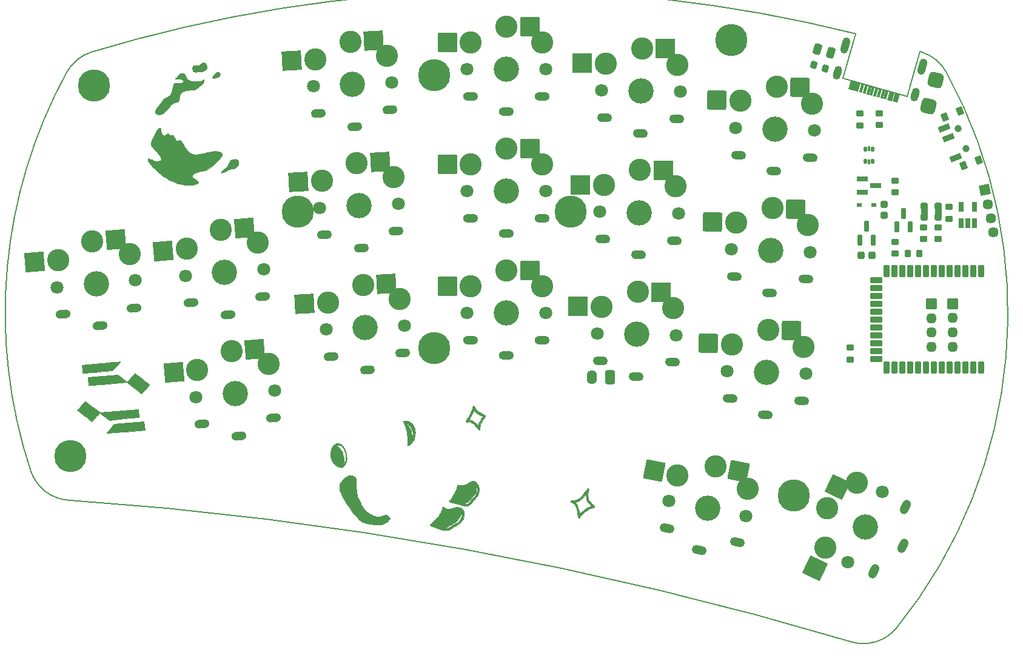
<source format=gts>
%TF.GenerationSoftware,KiCad,Pcbnew,6.0.4-6f826c9f35~116~ubuntu20.04.1*%
%TF.CreationDate,2022-05-20T17:44:36+02:00*%
%TF.ProjectId,Wubbo,57756262-6f2e-46b6-9963-61645f706362,v0.3*%
%TF.SameCoordinates,Original*%
%TF.FileFunction,Soldermask,Top*%
%TF.FilePolarity,Negative*%
%FSLAX46Y46*%
G04 Gerber Fmt 4.6, Leading zero omitted, Abs format (unit mm)*
G04 Created by KiCad (PCBNEW 6.0.4-6f826c9f35~116~ubuntu20.04.1) date 2022-05-20 17:44:36*
%MOMM*%
%LPD*%
G01*
G04 APERTURE LIST*
G04 Aperture macros list*
%AMRoundRect*
0 Rectangle with rounded corners*
0 $1 Rounding radius*
0 $2 $3 $4 $5 $6 $7 $8 $9 X,Y pos of 4 corners*
0 Add a 4 corners polygon primitive as box body*
4,1,4,$2,$3,$4,$5,$6,$7,$8,$9,$2,$3,0*
0 Add four circle primitives for the rounded corners*
1,1,$1+$1,$2,$3*
1,1,$1+$1,$4,$5*
1,1,$1+$1,$6,$7*
1,1,$1+$1,$8,$9*
0 Add four rect primitives between the rounded corners*
20,1,$1+$1,$2,$3,$4,$5,0*
20,1,$1+$1,$4,$5,$6,$7,0*
20,1,$1+$1,$6,$7,$8,$9,0*
20,1,$1+$1,$8,$9,$2,$3,0*%
%AMHorizOval*
0 Thick line with rounded ends*
0 $1 width*
0 $2 $3 position (X,Y) of the first rounded end (center of the circle)*
0 $4 $5 position (X,Y) of the second rounded end (center of the circle)*
0 Add line between two ends*
20,1,$1,$2,$3,$4,$5,0*
0 Add two circle primitives to create the rounded ends*
1,1,$1,$2,$3*
1,1,$1,$4,$5*%
G04 Aperture macros list end*
%TA.AperFunction,Profile*%
%ADD10C,0.150000*%
%TD*%
%ADD11C,0.010000*%
%ADD12C,0.120000*%
%ADD13RoundRect,0.250000X0.275000X-0.200000X0.275000X0.200000X-0.275000X0.200000X-0.275000X-0.200000X0*%
%ADD14C,3.100000*%
%ADD15C,1.801800*%
%ADD16C,3.529000*%
%ADD17HorizOval,1.200000X-0.449383X-0.023551X0.449383X0.023551X0*%
%ADD18RoundRect,0.050000X1.230182X1.366255X-1.366255X1.230182X-1.230182X-1.366255X1.366255X-1.230182X0*%
%ADD19O,2.100000X1.200000*%
%ADD20RoundRect,0.050000X1.300000X1.300000X-1.300000X1.300000X-1.300000X-1.300000X1.300000X-1.300000X0*%
%ADD21RoundRect,0.275000X-0.250000X0.225000X-0.250000X-0.225000X0.250000X-0.225000X0.250000X0.225000X0*%
%ADD22RoundRect,0.050000X-0.187500X0.250000X-0.187500X-0.250000X0.187500X-0.250000X0.187500X0.250000X0*%
%ADD23RoundRect,0.050000X-0.150000X0.325000X-0.150000X-0.325000X0.150000X-0.325000X0.150000X0.325000X0*%
%ADD24RoundRect,0.268750X0.256250X-0.218750X0.256250X0.218750X-0.256250X0.218750X-0.256250X-0.218750X0*%
%ADD25RoundRect,0.050000X-0.675000X-0.675000X0.675000X-0.675000X0.675000X0.675000X-0.675000X0.675000X0*%
%ADD26O,1.450000X1.450000*%
%ADD27RoundRect,0.200000X0.150000X-0.587500X0.150000X0.587500X-0.150000X0.587500X-0.150000X-0.587500X0*%
%ADD28RoundRect,0.250000X-0.275000X0.200000X-0.275000X-0.200000X0.275000X-0.200000X0.275000X0.200000X0*%
%ADD29HorizOval,1.200000X-0.197267X-0.404457X0.197267X0.404457X0*%
%ADD30RoundRect,0.050000X-0.598550X1.738315X-1.738315X-0.598550X0.598550X-1.738315X1.738315X0.598550X0*%
%ADD31RoundRect,0.320833X0.379167X0.654167X-0.379167X0.654167X-0.379167X-0.654167X0.379167X-0.654167X0*%
%ADD32O,1.400000X1.950000*%
%ADD33HorizOval,1.200000X-0.449931X0.007854X0.449931X-0.007854X0*%
%ADD34RoundRect,0.050000X1.322490X1.277114X-1.277114X1.322490X-1.322490X-1.277114X1.277114X-1.322490X0*%
%ADD35RoundRect,0.050000X0.300000X0.225000X-0.300000X0.225000X-0.300000X-0.225000X0.300000X-0.225000X0*%
%ADD36RoundRect,0.275000X0.225000X0.250000X-0.225000X0.250000X-0.225000X-0.250000X0.225000X-0.250000X0*%
%ADD37RoundRect,0.050000X-0.350000X0.762000X-0.350000X-0.762000X0.350000X-0.762000X0.350000X0.762000X0*%
%ADD38RoundRect,0.050000X-0.762000X-0.350000X0.762000X-0.350000X0.762000X0.350000X-0.762000X0.350000X0*%
%ADD39RoundRect,0.050000X0.350000X-0.762000X0.350000X0.762000X-0.350000X0.762000X-0.350000X-0.762000X0*%
%ADD40C,0.800000*%
%ADD41C,4.500000*%
%ADD42RoundRect,0.050000X1.181751X1.408356X-1.408356X1.181751X-1.181751X-1.408356X1.408356X-1.181751X0*%
%ADD43HorizOval,1.200000X-0.448288X-0.039220X0.448288X0.039220X0*%
%ADD44RoundRect,0.550000X0.612372X0.353553X-0.353553X0.612372X-0.612372X-0.353553X0.353553X-0.612372X0*%
%ADD45RoundRect,0.250000X-0.200000X-0.275000X0.200000X-0.275000X0.200000X0.275000X-0.200000X0.275000X0*%
%ADD46RoundRect,0.050000X0.552616X-0.323443X0.194248X0.610137X-0.552616X0.323443X-0.194248X-0.610137X0*%
%ADD47C,1.000000*%
%ADD48RoundRect,0.050000X0.825614X-0.057977X0.574757X0.595529X-0.825614X0.057977X-0.574757X-0.595529X0*%
%ADD49HorizOval,1.200000X-0.449726X0.015705X0.449726X-0.015705X0*%
%ADD50RoundRect,0.050000X1.344577X1.253839X-1.253839X1.344577X-1.344577X-1.253839X1.253839X-1.344577X0*%
%ADD51RoundRect,0.200000X-0.587500X-0.150000X0.587500X-0.150000X0.587500X0.150000X-0.587500X0.150000X0*%
%ADD52RoundRect,0.050000X-0.442751X-0.473916X0.135427X-0.634259X0.442751X0.473916X-0.135427X0.634259X0*%
%ADD53RoundRect,0.050000X-0.298207X-0.514002X-0.009117X-0.594173X0.298207X0.514002X0.009117X0.594173X0*%
%ADD54HorizOval,1.100000X-0.160343X-0.578178X0.160343X0.578178X0*%
%ADD55HorizOval,1.100000X-0.106895X-0.385452X0.106895X0.385452X0*%
%ADD56RoundRect,0.050000X-0.533802X-0.791394X0.791394X-0.533802X0.533802X0.791394X-0.791394X0.533802X0*%
%ADD57HorizOval,1.450000X0.000000X0.000000X0.000000X0.000000X0*%
%ADD58RoundRect,0.200000X0.150000X-0.512500X0.150000X0.512500X-0.150000X0.512500X-0.150000X-0.512500X0*%
%ADD59RoundRect,0.050000X1.524167X1.028064X-1.028064X1.524167X-1.524167X-1.028064X1.028064X-1.524167X0*%
%ADD60HorizOval,1.200000X-0.441732X0.085864X0.441732X-0.085864X0*%
%ADD61RoundRect,0.250000X-0.266217X-0.211551X0.119236X-0.318446X0.266217X0.211551X-0.119236X0.318446X0*%
%ADD62RoundRect,0.300000X-0.367846X-0.390915X0.113969X-0.524534X0.367846X0.390915X-0.113969X0.524534X0*%
G04 APERTURE END LIST*
D10*
X104544530Y51844171D02*
G75*
G03*
X-2083172Y49308466I-48731160J-193972341D01*
G01*
X-5611244Y46442888D02*
G75*
G03*
X-10622661Y-9179340I61424614J-33571068D01*
G01*
X104544530Y51844172D02*
X102813372Y45601818D01*
X110309220Y-31062252D02*
G75*
G03*
X117237987Y46442886I-54495848J43934070D01*
G01*
X111755862Y43121846D02*
X113489973Y49374846D01*
X117237963Y46442874D02*
G75*
G03*
X113709916Y49308466I-5264963J-2877474D01*
G01*
X-2083173Y49308466D02*
G75*
G03*
X-5611244Y46442886I1736897J-5743100D01*
G01*
X103920858Y-33045467D02*
G75*
G03*
X-5334370Y-13275473I-143107476J-479082651D01*
G01*
X102813372Y45601818D02*
X111755862Y43121846D01*
X113709916Y49308466D02*
G75*
G03*
X113489972Y49374846I-59168016J-195650166D01*
G01*
X103920840Y-33045522D02*
G75*
G03*
X110309219Y-31062252I1717260J5749022D01*
G01*
X-10622661Y-9179341D02*
G75*
G03*
X-5334370Y-13275474I5694518J1890101D01*
G01*
%TO.C,GR1*%
G36*
X1864112Y6058478D02*
G01*
X1864388Y6057768D01*
X1849463Y6037082D01*
X1809391Y5988445D01*
X1747270Y5915436D01*
X1666198Y5821637D01*
X1569273Y5710628D01*
X1459593Y5585991D01*
X1340258Y5451306D01*
X1317631Y5425867D01*
X776612Y4817981D01*
X-1295733Y4636352D01*
X-1649633Y4605433D01*
X-1963498Y4578237D01*
X-2239445Y4554604D01*
X-2479595Y4534378D01*
X-2686067Y4517399D01*
X-2860979Y4503510D01*
X-3006451Y4492550D01*
X-3124604Y4484364D01*
X-3217554Y4478792D01*
X-3287421Y4475675D01*
X-3336326Y4474855D01*
X-3366386Y4476175D01*
X-3379721Y4479475D01*
X-3380662Y4480531D01*
X-3385629Y4507887D01*
X-3393107Y4571567D01*
X-3402529Y4665670D01*
X-3413333Y4784299D01*
X-3424956Y4921556D01*
X-3435542Y5054725D01*
X-3477839Y5603111D01*
X-803857Y5842448D01*
X-381831Y5880109D01*
X-660Y5913883D01*
X340942Y5943871D01*
X644265Y5970179D01*
X910595Y5992911D01*
X1141221Y6012169D01*
X1337433Y6028060D01*
X1500516Y6040684D01*
X1631761Y6050149D01*
X1732454Y6056557D01*
X1803885Y6060011D01*
X1847342Y6060616D01*
X1864112Y6058478D01*
G37*
D11*
X1864112Y6058478D02*
X1864388Y6057768D01*
X1849463Y6037082D01*
X1809391Y5988445D01*
X1747270Y5915436D01*
X1666198Y5821637D01*
X1569273Y5710628D01*
X1459593Y5585991D01*
X1340258Y5451306D01*
X1317631Y5425867D01*
X776612Y4817981D01*
X-1295733Y4636352D01*
X-1649633Y4605433D01*
X-1963498Y4578237D01*
X-2239445Y4554604D01*
X-2479595Y4534378D01*
X-2686067Y4517399D01*
X-2860979Y4503510D01*
X-3006451Y4492550D01*
X-3124604Y4484364D01*
X-3217554Y4478792D01*
X-3287421Y4475675D01*
X-3336326Y4474855D01*
X-3366386Y4476175D01*
X-3379721Y4479475D01*
X-3380662Y4480531D01*
X-3385629Y4507887D01*
X-3393107Y4571567D01*
X-3402529Y4665670D01*
X-3413333Y4784299D01*
X-3424956Y4921556D01*
X-3435542Y5054725D01*
X-3477839Y5603111D01*
X-803857Y5842448D01*
X-381831Y5880109D01*
X-660Y5913883D01*
X340942Y5943871D01*
X644265Y5970179D01*
X910595Y5992911D01*
X1141221Y6012169D01*
X1337433Y6028060D01*
X1500516Y6040684D01*
X1631761Y6050149D01*
X1732454Y6056557D01*
X1803885Y6060011D01*
X1847342Y6060616D01*
X1864112Y6058478D01*
G36*
X-3011519Y536520D02*
G01*
X-2962275Y500833D01*
X-2885707Y443231D01*
X-2784702Y365948D01*
X-2662150Y271222D01*
X-2520944Y161283D01*
X-2363971Y38369D01*
X-2194123Y-95286D01*
X-2014289Y-237448D01*
X-1998671Y-249824D01*
X-983074Y-1054761D01*
X4360897Y-571553D01*
X4461654Y-1723212D01*
X2379323Y-1904506D01*
X296991Y-2085801D01*
X-159788Y-1721988D01*
X-291512Y-1617268D01*
X-423209Y-1512920D01*
X-548029Y-1414348D01*
X-659118Y-1326954D01*
X-749624Y-1256145D01*
X-803787Y-1214158D01*
X-991006Y-1070140D01*
X-1536328Y-1682909D01*
X-1657547Y-1818784D01*
X-1770040Y-1944230D01*
X-1870699Y-2055831D01*
X-1956417Y-2150171D01*
X-2024089Y-2223834D01*
X-2070605Y-2273403D01*
X-2092860Y-2295463D01*
X-2094204Y-2296286D01*
X-2112596Y-2283619D01*
X-2161251Y-2246903D01*
X-2237269Y-2188404D01*
X-2337750Y-2110386D01*
X-2459794Y-2015112D01*
X-2600501Y-1904847D01*
X-2756970Y-1781854D01*
X-2926303Y-1648399D01*
X-3105597Y-1506744D01*
X-3111163Y-1502340D01*
X-3290740Y-1360110D01*
X-3460281Y-1225498D01*
X-3616893Y-1100818D01*
X-3757686Y-988391D01*
X-3879767Y-890534D01*
X-3980247Y-809564D01*
X-4056234Y-747800D01*
X-4104836Y-707557D01*
X-4123162Y-691155D01*
X-4123208Y-691071D01*
X-4111105Y-672878D01*
X-4074374Y-627388D01*
X-4016696Y-558779D01*
X-3941753Y-471226D01*
X-3853229Y-368906D01*
X-3754805Y-255994D01*
X-3650165Y-136667D01*
X-3542990Y-15101D01*
X-3436965Y104526D01*
X-3335771Y218040D01*
X-3243091Y321264D01*
X-3162608Y410021D01*
X-3098003Y480135D01*
X-3052960Y527430D01*
X-3031163Y547731D01*
X-3030546Y548058D01*
X-3011519Y536520D01*
G37*
X-3011519Y536520D02*
X-2962275Y500833D01*
X-2885707Y443231D01*
X-2784702Y365948D01*
X-2662150Y271222D01*
X-2520944Y161283D01*
X-2363971Y38369D01*
X-2194123Y-95286D01*
X-2014289Y-237448D01*
X-1998671Y-249824D01*
X-983074Y-1054761D01*
X4360897Y-571553D01*
X4461654Y-1723212D01*
X2379323Y-1904506D01*
X296991Y-2085801D01*
X-159788Y-1721988D01*
X-291512Y-1617268D01*
X-423209Y-1512920D01*
X-548029Y-1414348D01*
X-659118Y-1326954D01*
X-749624Y-1256145D01*
X-803787Y-1214158D01*
X-991006Y-1070140D01*
X-1536328Y-1682909D01*
X-1657547Y-1818784D01*
X-1770040Y-1944230D01*
X-1870699Y-2055831D01*
X-1956417Y-2150171D01*
X-2024089Y-2223834D01*
X-2070605Y-2273403D01*
X-2092860Y-2295463D01*
X-2094204Y-2296286D01*
X-2112596Y-2283619D01*
X-2161251Y-2246903D01*
X-2237269Y-2188404D01*
X-2337750Y-2110386D01*
X-2459794Y-2015112D01*
X-2600501Y-1904847D01*
X-2756970Y-1781854D01*
X-2926303Y-1648399D01*
X-3105597Y-1506744D01*
X-3111163Y-1502340D01*
X-3290740Y-1360110D01*
X-3460281Y-1225498D01*
X-3616893Y-1100818D01*
X-3757686Y-988391D01*
X-3879767Y-890534D01*
X-3980247Y-809564D01*
X-4056234Y-747800D01*
X-4104836Y-707557D01*
X-4123162Y-691155D01*
X-4123208Y-691071D01*
X-4111105Y-672878D01*
X-4074374Y-627388D01*
X-4016696Y-558779D01*
X-3941753Y-471226D01*
X-3853229Y-368906D01*
X-3754805Y-255994D01*
X-3650165Y-136667D01*
X-3542990Y-15101D01*
X-3436965Y104526D01*
X-3335771Y218040D01*
X-3243091Y321264D01*
X-3162608Y410021D01*
X-3098003Y480135D01*
X-3052960Y527430D01*
X-3031163Y547731D01*
X-3030546Y548058D01*
X-3011519Y536520D01*
G36*
X5293218Y-3456500D02*
G01*
X2625824Y-3689866D01*
X2241504Y-3723336D01*
X1881282Y-3754401D01*
X1546764Y-3782930D01*
X1239559Y-3808795D01*
X961272Y-3831868D01*
X713510Y-3852018D01*
X497882Y-3869119D01*
X315993Y-3883040D01*
X169451Y-3893655D01*
X59863Y-3900831D01*
X-11163Y-3904442D01*
X-42023Y-3904360D01*
X-43272Y-3903781D01*
X-30027Y-3884173D01*
X8465Y-3836590D01*
X69166Y-3764559D01*
X149043Y-3671606D01*
X245060Y-3561257D01*
X354183Y-3437039D01*
X473376Y-3302477D01*
X500599Y-3271892D01*
X1046171Y-2659454D01*
X5191754Y-2296763D01*
X5293218Y-3456500D01*
G37*
X5293218Y-3456500D02*
X2625824Y-3689866D01*
X2241504Y-3723336D01*
X1881282Y-3754401D01*
X1546764Y-3782930D01*
X1239559Y-3808795D01*
X961272Y-3831868D01*
X713510Y-3852018D01*
X497882Y-3869119D01*
X315993Y-3883040D01*
X169451Y-3893655D01*
X59863Y-3900831D01*
X-11163Y-3904442D01*
X-42023Y-3904360D01*
X-43272Y-3903781D01*
X-30027Y-3884173D01*
X8465Y-3836590D01*
X69166Y-3764559D01*
X149043Y-3671606D01*
X245060Y-3561257D01*
X354183Y-3437039D01*
X473376Y-3302477D01*
X500599Y-3271892D01*
X1046171Y-2659454D01*
X5191754Y-2296763D01*
X5293218Y-3456500D01*
G36*
X3940429Y4437741D02*
G01*
X3990370Y4400395D01*
X4066204Y4342314D01*
X4164439Y4266257D01*
X4281585Y4174985D01*
X4414154Y4071254D01*
X4558653Y3957825D01*
X4711594Y3837455D01*
X4869486Y3712906D01*
X5028840Y3586933D01*
X5186164Y3462297D01*
X5337970Y3341757D01*
X5480766Y3228073D01*
X5611064Y3124001D01*
X5725372Y3032302D01*
X5820200Y2955734D01*
X5892059Y2897057D01*
X5937459Y2859029D01*
X5952915Y2844477D01*
X5939703Y2824859D01*
X5901636Y2778183D01*
X5842444Y2708616D01*
X5765860Y2620324D01*
X5675615Y2517471D01*
X5575440Y2404224D01*
X5469067Y2284748D01*
X5360228Y2163207D01*
X5252655Y2043770D01*
X5150080Y1930602D01*
X5056233Y1827865D01*
X4974847Y1739729D01*
X4909654Y1670356D01*
X4864384Y1623915D01*
X4842771Y1604568D01*
X4841884Y1604260D01*
X4820485Y1616709D01*
X4769921Y1652650D01*
X4694075Y1709124D01*
X4596836Y1783173D01*
X4482091Y1871841D01*
X4353724Y1972168D01*
X4225082Y2073695D01*
X4063605Y2201833D01*
X3891451Y2338650D01*
X3716767Y2477654D01*
X3547705Y2612356D01*
X3392413Y2736266D01*
X3259040Y2842892D01*
X3215360Y2877881D01*
X2799249Y3211444D01*
X129781Y2974898D01*
X-202268Y2945562D01*
X-522606Y2917433D01*
X-828711Y2890723D01*
X-1118059Y2865645D01*
X-1388126Y2842413D01*
X-1636390Y2821239D01*
X-1860324Y2802337D01*
X-2057407Y2785918D01*
X-2225115Y2772196D01*
X-2360924Y2761384D01*
X-2462311Y2753694D01*
X-2526750Y2749341D01*
X-2551719Y2748537D01*
X-2551921Y2748616D01*
X-2556386Y2771647D01*
X-2562728Y2831324D01*
X-2570496Y2922020D01*
X-2579240Y3038113D01*
X-2588512Y3173977D01*
X-2597642Y3320327D01*
X-2631129Y3881772D01*
X1520537Y4244996D01*
X2118610Y3771445D01*
X2258266Y3660970D01*
X2389054Y3557708D01*
X2506866Y3464887D01*
X2607594Y3385736D01*
X2687128Y3323484D01*
X2741363Y3281358D01*
X2765316Y3263202D01*
X2782520Y3252200D01*
X2799252Y3248537D01*
X2819741Y3255880D01*
X2848216Y3277900D01*
X2888907Y3318264D01*
X2946043Y3380642D01*
X3023851Y3468703D01*
X3092161Y3546767D01*
X3281726Y3763051D01*
X3444859Y3947938D01*
X3582430Y4102383D01*
X3695316Y4227338D01*
X3784385Y4323758D01*
X3850512Y4392597D01*
X3894569Y4434807D01*
X3917427Y4451343D01*
X3919870Y4451594D01*
X3940429Y4437741D01*
G37*
X3940429Y4437741D02*
X3990370Y4400395D01*
X4066204Y4342314D01*
X4164439Y4266257D01*
X4281585Y4174985D01*
X4414154Y4071254D01*
X4558653Y3957825D01*
X4711594Y3837455D01*
X4869486Y3712906D01*
X5028840Y3586933D01*
X5186164Y3462297D01*
X5337970Y3341757D01*
X5480766Y3228073D01*
X5611064Y3124001D01*
X5725372Y3032302D01*
X5820200Y2955734D01*
X5892059Y2897057D01*
X5937459Y2859029D01*
X5952915Y2844477D01*
X5939703Y2824859D01*
X5901636Y2778183D01*
X5842444Y2708616D01*
X5765860Y2620324D01*
X5675615Y2517471D01*
X5575440Y2404224D01*
X5469067Y2284748D01*
X5360228Y2163207D01*
X5252655Y2043770D01*
X5150080Y1930602D01*
X5056233Y1827865D01*
X4974847Y1739729D01*
X4909654Y1670356D01*
X4864384Y1623915D01*
X4842771Y1604568D01*
X4841884Y1604260D01*
X4820485Y1616709D01*
X4769921Y1652650D01*
X4694075Y1709124D01*
X4596836Y1783173D01*
X4482091Y1871841D01*
X4353724Y1972168D01*
X4225082Y2073695D01*
X4063605Y2201833D01*
X3891451Y2338650D01*
X3716767Y2477654D01*
X3547705Y2612356D01*
X3392413Y2736266D01*
X3259040Y2842892D01*
X3215360Y2877881D01*
X2799249Y3211444D01*
X129781Y2974898D01*
X-202268Y2945562D01*
X-522606Y2917433D01*
X-828711Y2890723D01*
X-1118059Y2865645D01*
X-1388126Y2842413D01*
X-1636390Y2821239D01*
X-1860324Y2802337D01*
X-2057407Y2785918D01*
X-2225115Y2772196D01*
X-2360924Y2761384D01*
X-2462311Y2753694D01*
X-2526750Y2749341D01*
X-2551719Y2748537D01*
X-2551921Y2748616D01*
X-2556386Y2771647D01*
X-2562728Y2831324D01*
X-2570496Y2922020D01*
X-2579240Y3038113D01*
X-2588512Y3173977D01*
X-2597642Y3320327D01*
X-2631129Y3881772D01*
X1520537Y4244996D01*
X2118610Y3771445D01*
X2258266Y3660970D01*
X2389054Y3557708D01*
X2506866Y3464887D01*
X2607594Y3385736D01*
X2687128Y3323484D01*
X2741363Y3281358D01*
X2765316Y3263202D01*
X2782520Y3252200D01*
X2799252Y3248537D01*
X2819741Y3255880D01*
X2848216Y3277900D01*
X2888907Y3318264D01*
X2946043Y3380642D01*
X3023851Y3468703D01*
X3092161Y3546767D01*
X3281726Y3763051D01*
X3444859Y3947938D01*
X3582430Y4102383D01*
X3695316Y4227338D01*
X3784385Y4323758D01*
X3850512Y4392597D01*
X3894569Y4434807D01*
X3917427Y4451343D01*
X3919870Y4451594D01*
X3940429Y4437741D01*
D12*
%TO.C,D1*%
X114520000Y27620000D02*
X113680000Y27620000D01*
X113680000Y27620000D02*
X113680000Y26410000D01*
X113680000Y26410000D02*
X114520000Y26410000D01*
X114520000Y26410000D02*
X114520000Y27620000D01*
G36*
X114520000Y27620000D02*
G01*
X113680000Y27620000D01*
X113680000Y26410000D01*
X114520000Y26410000D01*
X114520000Y27620000D01*
G37*
%TO.C,GR4*%
G36*
X10639499Y46333424D02*
G01*
X10694255Y46311018D01*
X10727619Y46292359D01*
X10783620Y46254767D01*
X10830097Y46210094D01*
X10872182Y46150659D01*
X10915003Y46068781D01*
X10963690Y45956780D01*
X10982216Y45911158D01*
X11068305Y45728320D01*
X11168334Y45580013D01*
X11287808Y45461655D01*
X11432230Y45368660D01*
X11607106Y45296446D01*
X11776688Y45249616D01*
X11840539Y45239620D01*
X11938756Y45230169D01*
X12063374Y45221521D01*
X12206426Y45213935D01*
X12359946Y45207671D01*
X12515969Y45202987D01*
X12666528Y45200141D01*
X12803657Y45199394D01*
X12919391Y45201003D01*
X13005762Y45205229D01*
X13037112Y45208647D01*
X13131259Y45237818D01*
X13246314Y45300698D01*
X13287005Y45327497D01*
X13381978Y45388402D01*
X13450781Y45421809D01*
X13498869Y45428365D01*
X13531693Y45408717D01*
X13554709Y45363512D01*
X13556087Y45359425D01*
X13566939Y45261857D01*
X13539179Y45151396D01*
X13472626Y45027828D01*
X13367100Y44890939D01*
X13222419Y44740514D01*
X13038402Y44576339D01*
X12814867Y44398199D01*
X12625209Y44258197D01*
X12521398Y44184630D01*
X12436809Y44129177D01*
X12362300Y44088890D01*
X12288729Y44060822D01*
X12206953Y44042023D01*
X12107832Y44029548D01*
X11982224Y44020448D01*
X11868633Y44014246D01*
X11732687Y44006261D01*
X11598580Y43996772D01*
X11477326Y43986670D01*
X11379938Y43976849D01*
X11333341Y43970844D01*
X11054135Y43916725D01*
X10812679Y43844018D01*
X10609058Y43752764D01*
X10443359Y43643003D01*
X10315667Y43514776D01*
X10285993Y43474485D01*
X10237063Y43396472D01*
X10199551Y43318552D01*
X10170632Y43231288D01*
X10147482Y43125239D01*
X10127278Y42990968D01*
X10117537Y42911500D01*
X10094366Y42742008D01*
X10066037Y42609125D01*
X10028004Y42507131D01*
X9975721Y42430306D01*
X9904642Y42372929D01*
X9810220Y42329280D01*
X9687909Y42293640D01*
X9612929Y42276620D01*
X9385876Y42211216D01*
X9189800Y42118263D01*
X9022680Y41996735D01*
X8976175Y41952836D01*
X8921691Y41893934D01*
X8848816Y41809012D01*
X8764218Y41706168D01*
X8674566Y41593503D01*
X8590635Y41484547D01*
X8429197Y41278066D01*
X8282494Y41105911D01*
X8146467Y40964473D01*
X8017055Y40850146D01*
X7890200Y40759321D01*
X7761842Y40688393D01*
X7636628Y40636793D01*
X7489917Y40600824D01*
X7326553Y40586524D01*
X7166870Y40594975D01*
X7095088Y40607994D01*
X6967468Y40652264D01*
X6860324Y40717468D01*
X6780417Y40798040D01*
X6734509Y40888416D01*
X6729707Y40908725D01*
X6730377Y40985046D01*
X6752862Y41081170D01*
X6793060Y41183429D01*
X6835419Y41260792D01*
X6861802Y41299459D01*
X6909223Y41366035D01*
X6973342Y41454545D01*
X7049819Y41559015D01*
X7134314Y41673472D01*
X7177252Y41731290D01*
X7276526Y41864802D01*
X7381653Y42006373D01*
X7485157Y42145920D01*
X7579561Y42273363D01*
X7657389Y42378621D01*
X7668205Y42393274D01*
X7778345Y42536605D01*
X7876665Y42649716D01*
X7971096Y42739831D01*
X8069567Y42814171D01*
X8180010Y42879961D01*
X8232144Y42906916D01*
X8483225Y43048114D01*
X8694166Y43200838D01*
X8864797Y43364895D01*
X8994951Y43540091D01*
X9084459Y43726234D01*
X9133151Y43923129D01*
X9135739Y43943152D01*
X9154116Y44091916D01*
X9170481Y44207243D01*
X9186787Y44297840D01*
X9204985Y44372419D01*
X9227026Y44439689D01*
X9254862Y44508359D01*
X9270058Y44542611D01*
X9308864Y44632770D01*
X9330795Y44697704D01*
X9338822Y44749586D01*
X9335914Y44800586D01*
X9334843Y44808083D01*
X9321111Y44899656D01*
X9433285Y44911112D01*
X9491153Y44915518D01*
X9581989Y44920626D01*
X9696444Y44925992D01*
X9825167Y44931171D01*
X9937042Y44935037D01*
X10067592Y44940194D01*
X10188892Y44946830D01*
X10292424Y44954339D01*
X10369669Y44962113D01*
X10409200Y44968708D01*
X10481072Y44999913D01*
X10554996Y45051291D01*
X10618533Y45112134D01*
X10659244Y45171735D01*
X10665573Y45189401D01*
X10663006Y45261422D01*
X10622938Y45333453D01*
X10549993Y45401308D01*
X10448794Y45460801D01*
X10323965Y45507745D01*
X10309416Y45511847D01*
X10247989Y45523933D01*
X10155757Y45536273D01*
X10044216Y45547573D01*
X9924866Y45556536D01*
X9899233Y45558037D01*
X9790125Y45564985D01*
X9696443Y45572667D01*
X9626156Y45580297D01*
X9587236Y45587091D01*
X9582379Y45589238D01*
X9588049Y45609774D01*
X9619754Y45643585D01*
X9634625Y45655908D01*
X9675827Y45694703D01*
X9733516Y45757509D01*
X9798851Y45834416D01*
X9842352Y45888710D01*
X9985055Y46054614D01*
X10123856Y46180680D01*
X10261622Y46268859D01*
X10401218Y46321104D01*
X10501297Y46337317D01*
X10581609Y46340914D01*
X10639499Y46333424D01*
G37*
D11*
X10639499Y46333424D02*
X10694255Y46311018D01*
X10727619Y46292359D01*
X10783620Y46254767D01*
X10830097Y46210094D01*
X10872182Y46150659D01*
X10915003Y46068781D01*
X10963690Y45956780D01*
X10982216Y45911158D01*
X11068305Y45728320D01*
X11168334Y45580013D01*
X11287808Y45461655D01*
X11432230Y45368660D01*
X11607106Y45296446D01*
X11776688Y45249616D01*
X11840539Y45239620D01*
X11938756Y45230169D01*
X12063374Y45221521D01*
X12206426Y45213935D01*
X12359946Y45207671D01*
X12515969Y45202987D01*
X12666528Y45200141D01*
X12803657Y45199394D01*
X12919391Y45201003D01*
X13005762Y45205229D01*
X13037112Y45208647D01*
X13131259Y45237818D01*
X13246314Y45300698D01*
X13287005Y45327497D01*
X13381978Y45388402D01*
X13450781Y45421809D01*
X13498869Y45428365D01*
X13531693Y45408717D01*
X13554709Y45363512D01*
X13556087Y45359425D01*
X13566939Y45261857D01*
X13539179Y45151396D01*
X13472626Y45027828D01*
X13367100Y44890939D01*
X13222419Y44740514D01*
X13038402Y44576339D01*
X12814867Y44398199D01*
X12625209Y44258197D01*
X12521398Y44184630D01*
X12436809Y44129177D01*
X12362300Y44088890D01*
X12288729Y44060822D01*
X12206953Y44042023D01*
X12107832Y44029548D01*
X11982224Y44020448D01*
X11868633Y44014246D01*
X11732687Y44006261D01*
X11598580Y43996772D01*
X11477326Y43986670D01*
X11379938Y43976849D01*
X11333341Y43970844D01*
X11054135Y43916725D01*
X10812679Y43844018D01*
X10609058Y43752764D01*
X10443359Y43643003D01*
X10315667Y43514776D01*
X10285993Y43474485D01*
X10237063Y43396472D01*
X10199551Y43318552D01*
X10170632Y43231288D01*
X10147482Y43125239D01*
X10127278Y42990968D01*
X10117537Y42911500D01*
X10094366Y42742008D01*
X10066037Y42609125D01*
X10028004Y42507131D01*
X9975721Y42430306D01*
X9904642Y42372929D01*
X9810220Y42329280D01*
X9687909Y42293640D01*
X9612929Y42276620D01*
X9385876Y42211216D01*
X9189800Y42118263D01*
X9022680Y41996735D01*
X8976175Y41952836D01*
X8921691Y41893934D01*
X8848816Y41809012D01*
X8764218Y41706168D01*
X8674566Y41593503D01*
X8590635Y41484547D01*
X8429197Y41278066D01*
X8282494Y41105911D01*
X8146467Y40964473D01*
X8017055Y40850146D01*
X7890200Y40759321D01*
X7761842Y40688393D01*
X7636628Y40636793D01*
X7489917Y40600824D01*
X7326553Y40586524D01*
X7166870Y40594975D01*
X7095088Y40607994D01*
X6967468Y40652264D01*
X6860324Y40717468D01*
X6780417Y40798040D01*
X6734509Y40888416D01*
X6729707Y40908725D01*
X6730377Y40985046D01*
X6752862Y41081170D01*
X6793060Y41183429D01*
X6835419Y41260792D01*
X6861802Y41299459D01*
X6909223Y41366035D01*
X6973342Y41454545D01*
X7049819Y41559015D01*
X7134314Y41673472D01*
X7177252Y41731290D01*
X7276526Y41864802D01*
X7381653Y42006373D01*
X7485157Y42145920D01*
X7579561Y42273363D01*
X7657389Y42378621D01*
X7668205Y42393274D01*
X7778345Y42536605D01*
X7876665Y42649716D01*
X7971096Y42739831D01*
X8069567Y42814171D01*
X8180010Y42879961D01*
X8232144Y42906916D01*
X8483225Y43048114D01*
X8694166Y43200838D01*
X8864797Y43364895D01*
X8994951Y43540091D01*
X9084459Y43726234D01*
X9133151Y43923129D01*
X9135739Y43943152D01*
X9154116Y44091916D01*
X9170481Y44207243D01*
X9186787Y44297840D01*
X9204985Y44372419D01*
X9227026Y44439689D01*
X9254862Y44508359D01*
X9270058Y44542611D01*
X9308864Y44632770D01*
X9330795Y44697704D01*
X9338822Y44749586D01*
X9335914Y44800586D01*
X9334843Y44808083D01*
X9321111Y44899656D01*
X9433285Y44911112D01*
X9491153Y44915518D01*
X9581989Y44920626D01*
X9696444Y44925992D01*
X9825167Y44931171D01*
X9937042Y44935037D01*
X10067592Y44940194D01*
X10188892Y44946830D01*
X10292424Y44954339D01*
X10369669Y44962113D01*
X10409200Y44968708D01*
X10481072Y44999913D01*
X10554996Y45051291D01*
X10618533Y45112134D01*
X10659244Y45171735D01*
X10665573Y45189401D01*
X10663006Y45261422D01*
X10622938Y45333453D01*
X10549993Y45401308D01*
X10448794Y45460801D01*
X10323965Y45507745D01*
X10309416Y45511847D01*
X10247989Y45523933D01*
X10155757Y45536273D01*
X10044216Y45547573D01*
X9924866Y45556536D01*
X9899233Y45558037D01*
X9790125Y45564985D01*
X9696443Y45572667D01*
X9626156Y45580297D01*
X9587236Y45587091D01*
X9582379Y45589238D01*
X9588049Y45609774D01*
X9619754Y45643585D01*
X9634625Y45655908D01*
X9675827Y45694703D01*
X9733516Y45757509D01*
X9798851Y45834416D01*
X9842352Y45888710D01*
X9985055Y46054614D01*
X10123856Y46180680D01*
X10261622Y46268859D01*
X10401218Y46321104D01*
X10501297Y46337317D01*
X10581609Y46340914D01*
X10639499Y46333424D01*
G36*
X15576908Y46467346D02*
G01*
X15615660Y46452360D01*
X15708634Y46395340D01*
X15766587Y46319093D01*
X15792885Y46231062D01*
X15788821Y46143222D01*
X15755424Y46048425D01*
X15699515Y45961741D01*
X15648724Y45912487D01*
X15540091Y45843000D01*
X15411224Y45781763D01*
X15271232Y45731128D01*
X15129220Y45693450D01*
X14994296Y45671083D01*
X14875568Y45666380D01*
X14782142Y45681696D01*
X14771278Y45685701D01*
X14727133Y45717750D01*
X14714122Y45767096D01*
X14732866Y45835674D01*
X14783986Y45925417D01*
X14868101Y46038257D01*
X14894870Y46070918D01*
X15032219Y46225840D01*
X15156246Y46343183D01*
X15269841Y46424476D01*
X15375890Y46471249D01*
X15477283Y46485029D01*
X15576908Y46467346D01*
G37*
X15576908Y46467346D02*
X15615660Y46452360D01*
X15708634Y46395340D01*
X15766587Y46319093D01*
X15792885Y46231062D01*
X15788821Y46143222D01*
X15755424Y46048425D01*
X15699515Y45961741D01*
X15648724Y45912487D01*
X15540091Y45843000D01*
X15411224Y45781763D01*
X15271232Y45731128D01*
X15129220Y45693450D01*
X14994296Y45671083D01*
X14875568Y45666380D01*
X14782142Y45681696D01*
X14771278Y45685701D01*
X14727133Y45717750D01*
X14714122Y45767096D01*
X14732866Y45835674D01*
X14783986Y45925417D01*
X14868101Y46038257D01*
X14894870Y46070918D01*
X15032219Y46225840D01*
X15156246Y46343183D01*
X15269841Y46424476D01*
X15375890Y46471249D01*
X15477283Y46485029D01*
X15576908Y46467346D01*
G36*
X18024419Y34315156D02*
G01*
X18128261Y34283838D01*
X18128542Y34283710D01*
X18250945Y34213289D01*
X18335128Y34128774D01*
X18384226Y34025110D01*
X18401375Y33897242D01*
X18400396Y33845554D01*
X18379441Y33702260D01*
X18329337Y33567575D01*
X18246384Y33433942D01*
X18133844Y33301146D01*
X17997017Y33175800D01*
X17856531Y33088682D01*
X17704846Y33035865D01*
X17588792Y33017278D01*
X17484170Y33002985D01*
X17375104Y32978811D01*
X17255842Y32942699D01*
X17120628Y32892590D01*
X16963712Y32826426D01*
X16779338Y32742150D01*
X16657572Y32684169D01*
X16501251Y32609808D01*
X16377176Y32553085D01*
X16280140Y32511908D01*
X16204934Y32484184D01*
X16146352Y32467823D01*
X16101947Y32460946D01*
X15990709Y32451722D01*
X15990709Y32530450D01*
X16006756Y32617456D01*
X16057163Y32693034D01*
X16145326Y32761626D01*
X16184943Y32784380D01*
X16370402Y32894913D01*
X16528250Y33014027D01*
X16671498Y33151023D01*
X16818283Y33327126D01*
X16933511Y33514257D01*
X17015019Y33696270D01*
X17082701Y33859865D01*
X17147246Y33988117D01*
X17213768Y34087204D01*
X17287381Y34163305D01*
X17373197Y34222597D01*
X17476330Y34271259D01*
X17497839Y34279636D01*
X17618246Y34312454D01*
X17755452Y34329374D01*
X17895496Y34330305D01*
X18024419Y34315156D01*
G37*
X18024419Y34315156D02*
X18128261Y34283838D01*
X18128542Y34283710D01*
X18250945Y34213289D01*
X18335128Y34128774D01*
X18384226Y34025110D01*
X18401375Y33897242D01*
X18400396Y33845554D01*
X18379441Y33702260D01*
X18329337Y33567575D01*
X18246384Y33433942D01*
X18133844Y33301146D01*
X17997017Y33175800D01*
X17856531Y33088682D01*
X17704846Y33035865D01*
X17588792Y33017278D01*
X17484170Y33002985D01*
X17375104Y32978811D01*
X17255842Y32942699D01*
X17120628Y32892590D01*
X16963712Y32826426D01*
X16779338Y32742150D01*
X16657572Y32684169D01*
X16501251Y32609808D01*
X16377176Y32553085D01*
X16280140Y32511908D01*
X16204934Y32484184D01*
X16146352Y32467823D01*
X16101947Y32460946D01*
X15990709Y32451722D01*
X15990709Y32530450D01*
X16006756Y32617456D01*
X16057163Y32693034D01*
X16145326Y32761626D01*
X16184943Y32784380D01*
X16370402Y32894913D01*
X16528250Y33014027D01*
X16671498Y33151023D01*
X16818283Y33327126D01*
X16933511Y33514257D01*
X17015019Y33696270D01*
X17082701Y33859865D01*
X17147246Y33988117D01*
X17213768Y34087204D01*
X17287381Y34163305D01*
X17373197Y34222597D01*
X17476330Y34271259D01*
X17497839Y34279636D01*
X17618246Y34312454D01*
X17755452Y34329374D01*
X17895496Y34330305D01*
X18024419Y34315156D01*
G36*
X7379989Y38661824D02*
G01*
X7401827Y38655673D01*
X7440296Y38642272D01*
X7468803Y38625776D01*
X7489609Y38599785D01*
X7504977Y38557896D01*
X7517168Y38493710D01*
X7528444Y38400824D01*
X7541066Y38272838D01*
X7542528Y38257454D01*
X7570532Y38073716D01*
X7617162Y37925294D01*
X7684058Y37808729D01*
X7772858Y37720562D01*
X7808180Y37696533D01*
X7920964Y37644516D01*
X8030170Y37631504D01*
X8138659Y37658165D01*
X8249290Y37725166D01*
X8357021Y37824707D01*
X8411979Y37880159D01*
X8457500Y37920780D01*
X8484741Y37938762D01*
X8486510Y37939029D01*
X8510360Y37924652D01*
X8554634Y37886503D01*
X8611026Y37831904D01*
X8629448Y37813013D01*
X8705814Y37739471D01*
X8771395Y37691872D01*
X8839314Y37661222D01*
X8860862Y37654356D01*
X8928524Y37636723D01*
X8981496Y37632517D01*
X9040229Y37641877D01*
X9093457Y37655939D01*
X9163986Y37672592D01*
X9220620Y37680363D01*
X9245663Y37678805D01*
X9269304Y37651948D01*
X9287766Y37601343D01*
X9289342Y37593718D01*
X9322327Y37503012D01*
X9378933Y37434988D01*
X9450467Y37399324D01*
X9489706Y37386976D01*
X9508118Y37363991D01*
X9513478Y37317030D01*
X9513709Y37290814D01*
X9532767Y37176127D01*
X9585159Y37077980D01*
X9663713Y37000615D01*
X9761256Y36948271D01*
X9870616Y36925189D01*
X9984620Y36935610D01*
X10064042Y36965464D01*
X10125130Y36991942D01*
X10177010Y37006699D01*
X10188550Y37007797D01*
X10214027Y37001520D01*
X10244553Y36980611D01*
X10282464Y36941956D01*
X10330094Y36882440D01*
X10389777Y36798949D01*
X10463847Y36688367D01*
X10554640Y36547579D01*
X10664490Y36373472D01*
X10667071Y36369351D01*
X10837244Y36102520D01*
X10992148Y35871452D01*
X11134814Y35673735D01*
X11268270Y35506959D01*
X11395545Y35368709D01*
X11519668Y35256576D01*
X11643669Y35168147D01*
X11770575Y35101011D01*
X11903416Y35052755D01*
X12045221Y35020967D01*
X12199019Y35003236D01*
X12367838Y34997151D01*
X12390470Y34997089D01*
X12520148Y34999512D01*
X12653441Y35007160D01*
X12794982Y35020787D01*
X12949403Y35041143D01*
X13121336Y35068980D01*
X13315414Y35105051D01*
X13536270Y35150107D01*
X13788536Y35204899D01*
X14076843Y35270180D01*
X14085709Y35272219D01*
X14241383Y35307425D01*
X14392970Y35340590D01*
X14532643Y35370084D01*
X14652577Y35394281D01*
X14744947Y35411553D01*
X14791032Y35418929D01*
X15002410Y35438180D01*
X15214594Y35439916D01*
X15417905Y35424936D01*
X15602664Y35394037D01*
X15759195Y35348019D01*
X15786982Y35336764D01*
X15907138Y35269109D01*
X16002166Y35182758D01*
X16066740Y35084241D01*
X16095537Y34980086D01*
X16096542Y34957160D01*
X16080941Y34885381D01*
X16035562Y34788614D01*
X15962539Y34669684D01*
X15864005Y34531418D01*
X15742096Y34376641D01*
X15598945Y34208181D01*
X15436686Y34028864D01*
X15257455Y33841516D01*
X15242941Y33826767D01*
X14978117Y33571982D01*
X14720003Y33353601D01*
X14461922Y33167864D01*
X14197199Y33011015D01*
X13919158Y32879294D01*
X13621121Y32768944D01*
X13296413Y32676208D01*
X13128904Y32636799D01*
X12836424Y32566113D01*
X12585404Y32492399D01*
X12375053Y32415217D01*
X12204576Y32334130D01*
X12073181Y32248697D01*
X11980073Y32158480D01*
X11924462Y32063039D01*
X11905552Y31961936D01*
X11905542Y31959547D01*
X11918185Y31875161D01*
X11958184Y31794848D01*
X12028647Y31715410D01*
X12132680Y31633648D01*
X12273392Y31546364D01*
X12345530Y31506561D01*
X12507844Y31409739D01*
X12628066Y31316377D01*
X12706341Y31227037D01*
X12742811Y31142279D01*
X12737618Y31062665D01*
X12690907Y30988756D01*
X12602820Y30921114D01*
X12473499Y30860301D01*
X12303089Y30806876D01*
X12158938Y30774078D01*
X12074159Y30761738D01*
X11953081Y30750771D01*
X11801726Y30741579D01*
X11626115Y30734562D01*
X11524542Y30731846D01*
X11367310Y30728589D01*
X11243053Y30727135D01*
X11142429Y30728063D01*
X11056097Y30731950D01*
X10974717Y30739375D01*
X10888948Y30750917D01*
X10789448Y30767154D01*
X10699042Y30782964D01*
X10447667Y30830212D01*
X10226330Y30878277D01*
X10022797Y30930215D01*
X9824834Y30989082D01*
X9675197Y31038742D01*
X9205998Y31221615D01*
X8738666Y31445740D01*
X8275140Y31710038D01*
X7817359Y32013428D01*
X7493072Y32254946D01*
X7278625Y32429078D01*
X7064258Y32616126D01*
X6853572Y32812126D01*
X6650168Y33013117D01*
X6457646Y33215136D01*
X6279607Y33414222D01*
X6119653Y33606412D01*
X5981382Y33787744D01*
X5868397Y33954256D01*
X5784298Y34101986D01*
X5753605Y34169026D01*
X5718687Y34265437D01*
X5706380Y34334518D01*
X5716170Y34384399D01*
X5738077Y34414475D01*
X5762251Y34431660D01*
X5794040Y34438160D01*
X5838364Y34432412D01*
X5900139Y34412848D01*
X5984284Y34377904D01*
X6095717Y34326013D01*
X6239355Y34255610D01*
X6243459Y34253570D01*
X6398759Y34178499D01*
X6526546Y34122779D01*
X6635695Y34084126D01*
X6735080Y34060253D01*
X6833574Y34048876D01*
X6940052Y34047711D01*
X7026626Y34051911D01*
X7211834Y34072439D01*
X7358178Y34107997D01*
X7466677Y34159425D01*
X7538351Y34227565D01*
X7574221Y34313260D01*
X7575306Y34417349D01*
X7559064Y34491124D01*
X7525283Y34586212D01*
X7476780Y34686789D01*
X7411099Y34796179D01*
X7325784Y34917702D01*
X7218379Y35054681D01*
X7086428Y35210438D01*
X6927477Y35388295D01*
X6769734Y35558871D01*
X6622472Y35717425D01*
X6502219Y35849986D01*
X6405980Y35960425D01*
X6330759Y36052614D01*
X6273561Y36130423D01*
X6231389Y36197723D01*
X6201248Y36258386D01*
X6180143Y36316281D01*
X6177987Y36323532D01*
X6159940Y36408014D01*
X6156123Y36496526D01*
X6167374Y36598432D01*
X6194532Y36723101D01*
X6223154Y36827880D01*
X6265790Y36957367D01*
X6323478Y37105165D01*
X6393692Y37266784D01*
X6473906Y37437733D01*
X6561596Y37613523D01*
X6654235Y37789662D01*
X6749298Y37961662D01*
X6844259Y38125030D01*
X6936592Y38275278D01*
X7023771Y38407914D01*
X7103272Y38518449D01*
X7172568Y38602392D01*
X7229134Y38655253D01*
X7260100Y38671433D01*
X7312146Y38673150D01*
X7379989Y38661824D01*
G37*
X7379989Y38661824D02*
X7401827Y38655673D01*
X7440296Y38642272D01*
X7468803Y38625776D01*
X7489609Y38599785D01*
X7504977Y38557896D01*
X7517168Y38493710D01*
X7528444Y38400824D01*
X7541066Y38272838D01*
X7542528Y38257454D01*
X7570532Y38073716D01*
X7617162Y37925294D01*
X7684058Y37808729D01*
X7772858Y37720562D01*
X7808180Y37696533D01*
X7920964Y37644516D01*
X8030170Y37631504D01*
X8138659Y37658165D01*
X8249290Y37725166D01*
X8357021Y37824707D01*
X8411979Y37880159D01*
X8457500Y37920780D01*
X8484741Y37938762D01*
X8486510Y37939029D01*
X8510360Y37924652D01*
X8554634Y37886503D01*
X8611026Y37831904D01*
X8629448Y37813013D01*
X8705814Y37739471D01*
X8771395Y37691872D01*
X8839314Y37661222D01*
X8860862Y37654356D01*
X8928524Y37636723D01*
X8981496Y37632517D01*
X9040229Y37641877D01*
X9093457Y37655939D01*
X9163986Y37672592D01*
X9220620Y37680363D01*
X9245663Y37678805D01*
X9269304Y37651948D01*
X9287766Y37601343D01*
X9289342Y37593718D01*
X9322327Y37503012D01*
X9378933Y37434988D01*
X9450467Y37399324D01*
X9489706Y37386976D01*
X9508118Y37363991D01*
X9513478Y37317030D01*
X9513709Y37290814D01*
X9532767Y37176127D01*
X9585159Y37077980D01*
X9663713Y37000615D01*
X9761256Y36948271D01*
X9870616Y36925189D01*
X9984620Y36935610D01*
X10064042Y36965464D01*
X10125130Y36991942D01*
X10177010Y37006699D01*
X10188550Y37007797D01*
X10214027Y37001520D01*
X10244553Y36980611D01*
X10282464Y36941956D01*
X10330094Y36882440D01*
X10389777Y36798949D01*
X10463847Y36688367D01*
X10554640Y36547579D01*
X10664490Y36373472D01*
X10667071Y36369351D01*
X10837244Y36102520D01*
X10992148Y35871452D01*
X11134814Y35673735D01*
X11268270Y35506959D01*
X11395545Y35368709D01*
X11519668Y35256576D01*
X11643669Y35168147D01*
X11770575Y35101011D01*
X11903416Y35052755D01*
X12045221Y35020967D01*
X12199019Y35003236D01*
X12367838Y34997151D01*
X12390470Y34997089D01*
X12520148Y34999512D01*
X12653441Y35007160D01*
X12794982Y35020787D01*
X12949403Y35041143D01*
X13121336Y35068980D01*
X13315414Y35105051D01*
X13536270Y35150107D01*
X13788536Y35204899D01*
X14076843Y35270180D01*
X14085709Y35272219D01*
X14241383Y35307425D01*
X14392970Y35340590D01*
X14532643Y35370084D01*
X14652577Y35394281D01*
X14744947Y35411553D01*
X14791032Y35418929D01*
X15002410Y35438180D01*
X15214594Y35439916D01*
X15417905Y35424936D01*
X15602664Y35394037D01*
X15759195Y35348019D01*
X15786982Y35336764D01*
X15907138Y35269109D01*
X16002166Y35182758D01*
X16066740Y35084241D01*
X16095537Y34980086D01*
X16096542Y34957160D01*
X16080941Y34885381D01*
X16035562Y34788614D01*
X15962539Y34669684D01*
X15864005Y34531418D01*
X15742096Y34376641D01*
X15598945Y34208181D01*
X15436686Y34028864D01*
X15257455Y33841516D01*
X15242941Y33826767D01*
X14978117Y33571982D01*
X14720003Y33353601D01*
X14461922Y33167864D01*
X14197199Y33011015D01*
X13919158Y32879294D01*
X13621121Y32768944D01*
X13296413Y32676208D01*
X13128904Y32636799D01*
X12836424Y32566113D01*
X12585404Y32492399D01*
X12375053Y32415217D01*
X12204576Y32334130D01*
X12073181Y32248697D01*
X11980073Y32158480D01*
X11924462Y32063039D01*
X11905552Y31961936D01*
X11905542Y31959547D01*
X11918185Y31875161D01*
X11958184Y31794848D01*
X12028647Y31715410D01*
X12132680Y31633648D01*
X12273392Y31546364D01*
X12345530Y31506561D01*
X12507844Y31409739D01*
X12628066Y31316377D01*
X12706341Y31227037D01*
X12742811Y31142279D01*
X12737618Y31062665D01*
X12690907Y30988756D01*
X12602820Y30921114D01*
X12473499Y30860301D01*
X12303089Y30806876D01*
X12158938Y30774078D01*
X12074159Y30761738D01*
X11953081Y30750771D01*
X11801726Y30741579D01*
X11626115Y30734562D01*
X11524542Y30731846D01*
X11367310Y30728589D01*
X11243053Y30727135D01*
X11142429Y30728063D01*
X11056097Y30731950D01*
X10974717Y30739375D01*
X10888948Y30750917D01*
X10789448Y30767154D01*
X10699042Y30782964D01*
X10447667Y30830212D01*
X10226330Y30878277D01*
X10022797Y30930215D01*
X9824834Y30989082D01*
X9675197Y31038742D01*
X9205998Y31221615D01*
X8738666Y31445740D01*
X8275140Y31710038D01*
X7817359Y32013428D01*
X7493072Y32254946D01*
X7278625Y32429078D01*
X7064258Y32616126D01*
X6853572Y32812126D01*
X6650168Y33013117D01*
X6457646Y33215136D01*
X6279607Y33414222D01*
X6119653Y33606412D01*
X5981382Y33787744D01*
X5868397Y33954256D01*
X5784298Y34101986D01*
X5753605Y34169026D01*
X5718687Y34265437D01*
X5706380Y34334518D01*
X5716170Y34384399D01*
X5738077Y34414475D01*
X5762251Y34431660D01*
X5794040Y34438160D01*
X5838364Y34432412D01*
X5900139Y34412848D01*
X5984284Y34377904D01*
X6095717Y34326013D01*
X6239355Y34255610D01*
X6243459Y34253570D01*
X6398759Y34178499D01*
X6526546Y34122779D01*
X6635695Y34084126D01*
X6735080Y34060253D01*
X6833574Y34048876D01*
X6940052Y34047711D01*
X7026626Y34051911D01*
X7211834Y34072439D01*
X7358178Y34107997D01*
X7466677Y34159425D01*
X7538351Y34227565D01*
X7574221Y34313260D01*
X7575306Y34417349D01*
X7559064Y34491124D01*
X7525283Y34586212D01*
X7476780Y34686789D01*
X7411099Y34796179D01*
X7325784Y34917702D01*
X7218379Y35054681D01*
X7086428Y35210438D01*
X6927477Y35388295D01*
X6769734Y35558871D01*
X6622472Y35717425D01*
X6502219Y35849986D01*
X6405980Y35960425D01*
X6330759Y36052614D01*
X6273561Y36130423D01*
X6231389Y36197723D01*
X6201248Y36258386D01*
X6180143Y36316281D01*
X6177987Y36323532D01*
X6159940Y36408014D01*
X6156123Y36496526D01*
X6167374Y36598432D01*
X6194532Y36723101D01*
X6223154Y36827880D01*
X6265790Y36957367D01*
X6323478Y37105165D01*
X6393692Y37266784D01*
X6473906Y37437733D01*
X6561596Y37613523D01*
X6654235Y37789662D01*
X6749298Y37961662D01*
X6844259Y38125030D01*
X6936592Y38275278D01*
X7023771Y38407914D01*
X7103272Y38518449D01*
X7172568Y38602392D01*
X7229134Y38655253D01*
X7260100Y38671433D01*
X7312146Y38673150D01*
X7379989Y38661824D01*
G36*
X13663058Y47788544D02*
G01*
X13748115Y47727904D01*
X13752145Y47723760D01*
X13810300Y47644325D01*
X13865141Y47535805D01*
X13910859Y47411377D01*
X13938562Y47301100D01*
X13952985Y47143114D01*
X13931443Y47004205D01*
X13873486Y46883980D01*
X13778664Y46782048D01*
X13646525Y46698017D01*
X13476619Y46631496D01*
X13268495Y46582093D01*
X13080292Y46555295D01*
X12923126Y46540447D01*
X12763683Y46529519D01*
X12609125Y46522630D01*
X12466613Y46519897D01*
X12343311Y46521438D01*
X12246380Y46527372D01*
X12182983Y46537817D01*
X12175217Y46540360D01*
X12101567Y46572371D01*
X12049626Y46609219D01*
X12014450Y46659301D01*
X11991097Y46731017D01*
X11974626Y46832765D01*
X11967933Y46892602D01*
X11959293Y47062987D01*
X11971745Y47200580D01*
X12005036Y47303808D01*
X12042638Y47356847D01*
X12112037Y47397470D01*
X12217239Y47416878D01*
X12357375Y47415008D01*
X12527832Y47392459D01*
X12620928Y47377529D01*
X12692469Y47372667D01*
X12752736Y47381123D01*
X12812008Y47406149D01*
X12880566Y47450995D01*
X12968690Y47518913D01*
X12995626Y47540392D01*
X13164455Y47664277D01*
X13314696Y47750812D01*
X13447266Y47800220D01*
X13563081Y47812724D01*
X13663058Y47788544D01*
G37*
X13663058Y47788544D02*
X13748115Y47727904D01*
X13752145Y47723760D01*
X13810300Y47644325D01*
X13865141Y47535805D01*
X13910859Y47411377D01*
X13938562Y47301100D01*
X13952985Y47143114D01*
X13931443Y47004205D01*
X13873486Y46883980D01*
X13778664Y46782048D01*
X13646525Y46698017D01*
X13476619Y46631496D01*
X13268495Y46582093D01*
X13080292Y46555295D01*
X12923126Y46540447D01*
X12763683Y46529519D01*
X12609125Y46522630D01*
X12466613Y46519897D01*
X12343311Y46521438D01*
X12246380Y46527372D01*
X12182983Y46537817D01*
X12175217Y46540360D01*
X12101567Y46572371D01*
X12049626Y46609219D01*
X12014450Y46659301D01*
X11991097Y46731017D01*
X11974626Y46832765D01*
X11967933Y46892602D01*
X11959293Y47062987D01*
X11971745Y47200580D01*
X12005036Y47303808D01*
X12042638Y47356847D01*
X12112037Y47397470D01*
X12217239Y47416878D01*
X12357375Y47415008D01*
X12527832Y47392459D01*
X12620928Y47377529D01*
X12692469Y47372667D01*
X12752736Y47381123D01*
X12812008Y47406149D01*
X12880566Y47450995D01*
X12968690Y47518913D01*
X12995626Y47540392D01*
X13164455Y47664277D01*
X13314696Y47750812D01*
X13447266Y47800220D01*
X13563081Y47812724D01*
X13663058Y47788544D01*
%TO.C,GR6*%
G36*
X50402114Y-1822374D02*
G01*
X50501617Y-1658841D01*
X50602121Y-1474295D01*
X50700362Y-1275375D01*
X50793073Y-1068722D01*
X50876990Y-860975D01*
X50948848Y-658775D01*
X51005381Y-468762D01*
X51009622Y-452421D01*
X51052524Y-295164D01*
X51091516Y-179160D01*
X51128844Y-103781D01*
X51166755Y-68397D01*
X51207498Y-72380D01*
X51253320Y-115099D01*
X51306467Y-195926D01*
X51369188Y-314232D01*
X51385456Y-347193D01*
X51455790Y-483644D01*
X51525750Y-600400D01*
X51600467Y-701910D01*
X51685071Y-792621D01*
X51784692Y-876981D01*
X51904460Y-959437D01*
X52049505Y-1044439D01*
X52224957Y-1136432D01*
X52388899Y-1217200D01*
X52524530Y-1283649D01*
X52626763Y-1336055D01*
X52700874Y-1377584D01*
X52752143Y-1411402D01*
X52785849Y-1440675D01*
X52806861Y-1467897D01*
X52834363Y-1518999D01*
X52848443Y-1556878D01*
X52848920Y-1561289D01*
X52836110Y-1587277D01*
X52801643Y-1636864D01*
X52751579Y-1701650D01*
X52719251Y-1741122D01*
X52518189Y-2006415D01*
X52357242Y-2274440D01*
X52234244Y-2549981D01*
X52147027Y-2837821D01*
X52096945Y-3114337D01*
X52074074Y-3264087D01*
X52049224Y-3372761D01*
X52022001Y-3441585D01*
X51992015Y-3471787D01*
X51982302Y-3473500D01*
X51955350Y-3460941D01*
X51911551Y-3429637D01*
X51897161Y-3417891D01*
X51858855Y-3378706D01*
X51804141Y-3313761D01*
X51740474Y-3232262D01*
X51678578Y-3148016D01*
X51507516Y-2925687D01*
X51334908Y-2736247D01*
X51162601Y-2580800D01*
X50992441Y-2460450D01*
X50826273Y-2376303D01*
X50665944Y-2329462D01*
X50513300Y-2321034D01*
X50370186Y-2352121D01*
X50357076Y-2357201D01*
X50266692Y-2379442D01*
X50194018Y-2364439D01*
X50135042Y-2311281D01*
X50131219Y-2305959D01*
X50105398Y-2258140D01*
X50102872Y-2213411D01*
X50126571Y-2163574D01*
X50179425Y-2100429D01*
X50219174Y-2059841D01*
X50225735Y-2052241D01*
X50571672Y-2052241D01*
X50598219Y-2066789D01*
X50651347Y-2081023D01*
X50679345Y-2085966D01*
X50899542Y-2139473D01*
X51116228Y-2231530D01*
X51323576Y-2358416D01*
X51515759Y-2516411D01*
X51686951Y-2701794D01*
X51728819Y-2756063D01*
X51778504Y-2821385D01*
X51818093Y-2870251D01*
X51841522Y-2895311D01*
X51845108Y-2896947D01*
X51854005Y-2875320D01*
X51873040Y-2821707D01*
X51899335Y-2744406D01*
X51927264Y-2660111D01*
X52006981Y-2446968D01*
X52108914Y-2220965D01*
X52224928Y-1998751D01*
X52346885Y-1796976D01*
X52355248Y-1784327D01*
X52411566Y-1696603D01*
X52444839Y-1636052D01*
X52457961Y-1596390D01*
X52453824Y-1571332D01*
X52453519Y-1570829D01*
X52428702Y-1550655D01*
X52372406Y-1515084D01*
X52290947Y-1467784D01*
X52190643Y-1412424D01*
X52078149Y-1352848D01*
X51908311Y-1262745D01*
X51771393Y-1185020D01*
X51661426Y-1115319D01*
X51572443Y-1049288D01*
X51498478Y-982573D01*
X51433562Y-910820D01*
X51383528Y-846033D01*
X51332954Y-780492D01*
X51290038Y-731745D01*
X51261647Y-707329D01*
X51255980Y-706034D01*
X51241013Y-727281D01*
X51214699Y-780495D01*
X51180557Y-858003D01*
X51142106Y-952135D01*
X51136147Y-967309D01*
X50995939Y-1288187D01*
X50825551Y-1607998D01*
X50690540Y-1828855D01*
X50639696Y-1911263D01*
X50600248Y-1981273D01*
X50576360Y-2031064D01*
X50571672Y-2052241D01*
X50225735Y-2052241D01*
X50306878Y-1958254D01*
X50402114Y-1822374D01*
G37*
X50402114Y-1822374D02*
X50501617Y-1658841D01*
X50602121Y-1474295D01*
X50700362Y-1275375D01*
X50793073Y-1068722D01*
X50876990Y-860975D01*
X50948848Y-658775D01*
X51005381Y-468762D01*
X51009622Y-452421D01*
X51052524Y-295164D01*
X51091516Y-179160D01*
X51128844Y-103781D01*
X51166755Y-68397D01*
X51207498Y-72380D01*
X51253320Y-115099D01*
X51306467Y-195926D01*
X51369188Y-314232D01*
X51385456Y-347193D01*
X51455790Y-483644D01*
X51525750Y-600400D01*
X51600467Y-701910D01*
X51685071Y-792621D01*
X51784692Y-876981D01*
X51904460Y-959437D01*
X52049505Y-1044439D01*
X52224957Y-1136432D01*
X52388899Y-1217200D01*
X52524530Y-1283649D01*
X52626763Y-1336055D01*
X52700874Y-1377584D01*
X52752143Y-1411402D01*
X52785849Y-1440675D01*
X52806861Y-1467897D01*
X52834363Y-1518999D01*
X52848443Y-1556878D01*
X52848920Y-1561289D01*
X52836110Y-1587277D01*
X52801643Y-1636864D01*
X52751579Y-1701650D01*
X52719251Y-1741122D01*
X52518189Y-2006415D01*
X52357242Y-2274440D01*
X52234244Y-2549981D01*
X52147027Y-2837821D01*
X52096945Y-3114337D01*
X52074074Y-3264087D01*
X52049224Y-3372761D01*
X52022001Y-3441585D01*
X51992015Y-3471787D01*
X51982302Y-3473500D01*
X51955350Y-3460941D01*
X51911551Y-3429637D01*
X51897161Y-3417891D01*
X51858855Y-3378706D01*
X51804141Y-3313761D01*
X51740474Y-3232262D01*
X51678578Y-3148016D01*
X51507516Y-2925687D01*
X51334908Y-2736247D01*
X51162601Y-2580800D01*
X50992441Y-2460450D01*
X50826273Y-2376303D01*
X50665944Y-2329462D01*
X50513300Y-2321034D01*
X50370186Y-2352121D01*
X50357076Y-2357201D01*
X50266692Y-2379442D01*
X50194018Y-2364439D01*
X50135042Y-2311281D01*
X50131219Y-2305959D01*
X50105398Y-2258140D01*
X50102872Y-2213411D01*
X50126571Y-2163574D01*
X50179425Y-2100429D01*
X50219174Y-2059841D01*
X50225735Y-2052241D01*
X50571672Y-2052241D01*
X50598219Y-2066789D01*
X50651347Y-2081023D01*
X50679345Y-2085966D01*
X50899542Y-2139473D01*
X51116228Y-2231530D01*
X51323576Y-2358416D01*
X51515759Y-2516411D01*
X51686951Y-2701794D01*
X51728819Y-2756063D01*
X51778504Y-2821385D01*
X51818093Y-2870251D01*
X51841522Y-2895311D01*
X51845108Y-2896947D01*
X51854005Y-2875320D01*
X51873040Y-2821707D01*
X51899335Y-2744406D01*
X51927264Y-2660111D01*
X52006981Y-2446968D01*
X52108914Y-2220965D01*
X52224928Y-1998751D01*
X52346885Y-1796976D01*
X52355248Y-1784327D01*
X52411566Y-1696603D01*
X52444839Y-1636052D01*
X52457961Y-1596390D01*
X52453824Y-1571332D01*
X52453519Y-1570829D01*
X52428702Y-1550655D01*
X52372406Y-1515084D01*
X52290947Y-1467784D01*
X52190643Y-1412424D01*
X52078149Y-1352848D01*
X51908311Y-1262745D01*
X51771393Y-1185020D01*
X51661426Y-1115319D01*
X51572443Y-1049288D01*
X51498478Y-982573D01*
X51433562Y-910820D01*
X51383528Y-846033D01*
X51332954Y-780492D01*
X51290038Y-731745D01*
X51261647Y-707329D01*
X51255980Y-706034D01*
X51241013Y-727281D01*
X51214699Y-780495D01*
X51180557Y-858003D01*
X51142106Y-952135D01*
X51136147Y-967309D01*
X50995939Y-1288187D01*
X50825551Y-1607998D01*
X50690540Y-1828855D01*
X50639696Y-1911263D01*
X50600248Y-1981273D01*
X50576360Y-2031064D01*
X50571672Y-2052241D01*
X50225735Y-2052241D01*
X50306878Y-1958254D01*
X50402114Y-1822374D01*
G36*
X46096833Y-17152539D02*
G01*
X45952826Y-17095239D01*
X45799555Y-17036080D01*
X45649797Y-16979872D01*
X45516328Y-16931425D01*
X45431570Y-16902059D01*
X45327002Y-16864979D01*
X45234206Y-16828340D01*
X45162130Y-16795938D01*
X45119719Y-16771568D01*
X45115555Y-16767963D01*
X45090229Y-16729690D01*
X45092037Y-16688315D01*
X45123601Y-16639944D01*
X45187542Y-16580686D01*
X45286483Y-16506646D01*
X45296144Y-16499859D01*
X45464192Y-16369367D01*
X45642023Y-16208149D01*
X45824645Y-16022495D01*
X46007068Y-15818692D01*
X46184299Y-15603032D01*
X46351347Y-15381802D01*
X46503222Y-15161291D01*
X46634930Y-14947789D01*
X46741482Y-14747586D01*
X46807322Y-14595802D01*
X46838790Y-14502981D01*
X46853357Y-14428030D01*
X46854224Y-14351563D01*
X46852187Y-14324228D01*
X46841231Y-14200039D01*
X46914318Y-14211899D01*
X46967564Y-14230563D01*
X47038415Y-14268410D01*
X47112016Y-14317449D01*
X47115756Y-14320243D01*
X47217234Y-14388638D01*
X47315965Y-14435670D01*
X47422536Y-14464014D01*
X47547536Y-14476345D01*
X47701554Y-14475337D01*
X47725603Y-14474303D01*
X47807526Y-14469841D01*
X47880547Y-14463716D01*
X47951729Y-14454496D01*
X48028132Y-14440746D01*
X48116819Y-14421030D01*
X48224852Y-14393915D01*
X48359293Y-14357966D01*
X48527205Y-14311748D01*
X48531000Y-14310696D01*
X48761186Y-14263188D01*
X48977278Y-14251178D01*
X49176782Y-14273829D01*
X49357207Y-14330308D01*
X49516060Y-14419779D01*
X49650849Y-14541408D01*
X49759081Y-14694358D01*
X49777117Y-14728229D01*
X49843316Y-14902584D01*
X49878656Y-15098001D01*
X49883388Y-15306826D01*
X49857758Y-15521407D01*
X49802016Y-15734091D01*
X49739379Y-15890366D01*
X49606449Y-16124830D01*
X49437541Y-16337474D01*
X49233294Y-16527725D01*
X48994346Y-16695007D01*
X48721335Y-16838746D01*
X48650587Y-16869773D01*
X48516301Y-16927796D01*
X48408640Y-16978255D01*
X48315615Y-17028049D01*
X48225241Y-17084076D01*
X48125530Y-17153233D01*
X48009434Y-17238726D01*
X47898304Y-17321072D01*
X47811949Y-17381384D01*
X47741424Y-17423221D01*
X47677786Y-17450144D01*
X47612090Y-17465716D01*
X47535391Y-17473496D01*
X47438747Y-17477046D01*
X47409166Y-17477717D01*
X47295127Y-17478064D01*
X47180999Y-17474765D01*
X47082518Y-17468450D01*
X47031721Y-17462633D01*
X46910779Y-17438270D01*
X46763876Y-17397731D01*
X46588281Y-17340112D01*
X46381263Y-17264506D01*
X46228096Y-17204490D01*
X47345666Y-17204490D01*
X47364353Y-17223863D01*
X47413885Y-17231144D01*
X47484471Y-17226105D01*
X47562523Y-17209581D01*
X47609309Y-17188642D01*
X47680194Y-17147247D01*
X47766021Y-17091134D01*
X47857633Y-17026042D01*
X47869339Y-17017332D01*
X48014033Y-16912292D01*
X48142382Y-16827530D01*
X48268788Y-16754715D01*
X48407654Y-16685515D01*
X48562750Y-16616174D01*
X48765939Y-16522077D01*
X48933523Y-16428385D01*
X49071784Y-16329374D01*
X49187006Y-16219320D01*
X49285469Y-16092497D01*
X49373457Y-15943182D01*
X49430841Y-15825153D01*
X49518116Y-15612376D01*
X49580150Y-15414023D01*
X49616027Y-15234442D01*
X49624834Y-15077982D01*
X49610923Y-14968764D01*
X49591473Y-14905718D01*
X49571586Y-14868265D01*
X49555463Y-14860961D01*
X49547307Y-14888360D01*
X49547000Y-14899470D01*
X49538605Y-14970621D01*
X49515643Y-15069512D01*
X49481449Y-15185520D01*
X49439357Y-15308024D01*
X49392700Y-15426400D01*
X49356394Y-15506750D01*
X49211587Y-15757135D01*
X49028741Y-15990362D01*
X48809092Y-16205076D01*
X48553876Y-16399919D01*
X48525744Y-16418722D01*
X48454429Y-16463223D01*
X48356725Y-16520645D01*
X48243888Y-16584543D01*
X48127171Y-16648469D01*
X48089173Y-16668762D01*
X47974598Y-16730758D01*
X47861021Y-16794398D01*
X47759383Y-16853409D01*
X47680624Y-16901517D01*
X47660512Y-16914601D01*
X47571261Y-16978353D01*
X47488371Y-17045018D01*
X47418692Y-17108287D01*
X47369076Y-17161854D01*
X47346374Y-17199409D01*
X47345666Y-17204490D01*
X46228096Y-17204490D01*
X46140089Y-17170006D01*
X46096833Y-17152539D01*
G37*
X46096833Y-17152539D02*
X45952826Y-17095239D01*
X45799555Y-17036080D01*
X45649797Y-16979872D01*
X45516328Y-16931425D01*
X45431570Y-16902059D01*
X45327002Y-16864979D01*
X45234206Y-16828340D01*
X45162130Y-16795938D01*
X45119719Y-16771568D01*
X45115555Y-16767963D01*
X45090229Y-16729690D01*
X45092037Y-16688315D01*
X45123601Y-16639944D01*
X45187542Y-16580686D01*
X45286483Y-16506646D01*
X45296144Y-16499859D01*
X45464192Y-16369367D01*
X45642023Y-16208149D01*
X45824645Y-16022495D01*
X46007068Y-15818692D01*
X46184299Y-15603032D01*
X46351347Y-15381802D01*
X46503222Y-15161291D01*
X46634930Y-14947789D01*
X46741482Y-14747586D01*
X46807322Y-14595802D01*
X46838790Y-14502981D01*
X46853357Y-14428030D01*
X46854224Y-14351563D01*
X46852187Y-14324228D01*
X46841231Y-14200039D01*
X46914318Y-14211899D01*
X46967564Y-14230563D01*
X47038415Y-14268410D01*
X47112016Y-14317449D01*
X47115756Y-14320243D01*
X47217234Y-14388638D01*
X47315965Y-14435670D01*
X47422536Y-14464014D01*
X47547536Y-14476345D01*
X47701554Y-14475337D01*
X47725603Y-14474303D01*
X47807526Y-14469841D01*
X47880547Y-14463716D01*
X47951729Y-14454496D01*
X48028132Y-14440746D01*
X48116819Y-14421030D01*
X48224852Y-14393915D01*
X48359293Y-14357966D01*
X48527205Y-14311748D01*
X48531000Y-14310696D01*
X48761186Y-14263188D01*
X48977278Y-14251178D01*
X49176782Y-14273829D01*
X49357207Y-14330308D01*
X49516060Y-14419779D01*
X49650849Y-14541408D01*
X49759081Y-14694358D01*
X49777117Y-14728229D01*
X49843316Y-14902584D01*
X49878656Y-15098001D01*
X49883388Y-15306826D01*
X49857758Y-15521407D01*
X49802016Y-15734091D01*
X49739379Y-15890366D01*
X49606449Y-16124830D01*
X49437541Y-16337474D01*
X49233294Y-16527725D01*
X48994346Y-16695007D01*
X48721335Y-16838746D01*
X48650587Y-16869773D01*
X48516301Y-16927796D01*
X48408640Y-16978255D01*
X48315615Y-17028049D01*
X48225241Y-17084076D01*
X48125530Y-17153233D01*
X48009434Y-17238726D01*
X47898304Y-17321072D01*
X47811949Y-17381384D01*
X47741424Y-17423221D01*
X47677786Y-17450144D01*
X47612090Y-17465716D01*
X47535391Y-17473496D01*
X47438747Y-17477046D01*
X47409166Y-17477717D01*
X47295127Y-17478064D01*
X47180999Y-17474765D01*
X47082518Y-17468450D01*
X47031721Y-17462633D01*
X46910779Y-17438270D01*
X46763876Y-17397731D01*
X46588281Y-17340112D01*
X46381263Y-17264506D01*
X46228096Y-17204490D01*
X47345666Y-17204490D01*
X47364353Y-17223863D01*
X47413885Y-17231144D01*
X47484471Y-17226105D01*
X47562523Y-17209581D01*
X47609309Y-17188642D01*
X47680194Y-17147247D01*
X47766021Y-17091134D01*
X47857633Y-17026042D01*
X47869339Y-17017332D01*
X48014033Y-16912292D01*
X48142382Y-16827530D01*
X48268788Y-16754715D01*
X48407654Y-16685515D01*
X48562750Y-16616174D01*
X48765939Y-16522077D01*
X48933523Y-16428385D01*
X49071784Y-16329374D01*
X49187006Y-16219320D01*
X49285469Y-16092497D01*
X49373457Y-15943182D01*
X49430841Y-15825153D01*
X49518116Y-15612376D01*
X49580150Y-15414023D01*
X49616027Y-15234442D01*
X49624834Y-15077982D01*
X49610923Y-14968764D01*
X49591473Y-14905718D01*
X49571586Y-14868265D01*
X49555463Y-14860961D01*
X49547307Y-14888360D01*
X49547000Y-14899470D01*
X49538605Y-14970621D01*
X49515643Y-15069512D01*
X49481449Y-15185520D01*
X49439357Y-15308024D01*
X49392700Y-15426400D01*
X49356394Y-15506750D01*
X49211587Y-15757135D01*
X49028741Y-15990362D01*
X48809092Y-16205076D01*
X48553876Y-16399919D01*
X48525744Y-16418722D01*
X48454429Y-16463223D01*
X48356725Y-16520645D01*
X48243888Y-16584543D01*
X48127171Y-16648469D01*
X48089173Y-16668762D01*
X47974598Y-16730758D01*
X47861021Y-16794398D01*
X47759383Y-16853409D01*
X47680624Y-16901517D01*
X47660512Y-16914601D01*
X47571261Y-16978353D01*
X47488371Y-17045018D01*
X47418692Y-17108287D01*
X47369076Y-17161854D01*
X47346374Y-17199409D01*
X47345666Y-17204490D01*
X46228096Y-17204490D01*
X46140089Y-17170006D01*
X46096833Y-17152539D01*
G36*
X31795492Y-5488893D02*
G01*
X31904370Y-5414036D01*
X31915396Y-5408074D01*
X31977766Y-5377935D01*
X32033338Y-5359662D01*
X32096648Y-5350368D01*
X32182232Y-5347165D01*
X32223181Y-5346944D01*
X32318769Y-5348148D01*
X32388513Y-5354496D01*
X32448879Y-5369743D01*
X32516332Y-5397646D01*
X32579737Y-5428276D01*
X32750274Y-5531983D01*
X32902646Y-5666434D01*
X33038220Y-5833620D01*
X33158363Y-6035530D01*
X33264441Y-6274156D01*
X33357821Y-6551486D01*
X33362879Y-6568812D01*
X33413311Y-6775518D01*
X33449741Y-6994102D01*
X33471789Y-7215667D01*
X33479073Y-7431317D01*
X33471214Y-7632157D01*
X33447831Y-7809289D01*
X33420641Y-7918823D01*
X33363826Y-8060857D01*
X33283864Y-8209407D01*
X33188359Y-8353329D01*
X33084915Y-8481478D01*
X32981135Y-8582709D01*
X32952333Y-8605240D01*
X32869963Y-8660065D01*
X32807368Y-8686774D01*
X32755633Y-8688376D01*
X32730083Y-8680296D01*
X32685301Y-8669735D01*
X32616885Y-8662336D01*
X32571333Y-8660374D01*
X32411024Y-8638478D01*
X32241293Y-8579694D01*
X32067723Y-8486718D01*
X31895903Y-8362247D01*
X31823925Y-8299690D01*
X31652885Y-8115091D01*
X31509832Y-7902832D01*
X31395876Y-7667961D01*
X31312131Y-7415525D01*
X31259706Y-7150575D01*
X31239715Y-6878157D01*
X31253269Y-6603320D01*
X31301479Y-6331113D01*
X31352148Y-6157331D01*
X31390766Y-6053284D01*
X31434934Y-5948843D01*
X31477392Y-5860722D01*
X31493961Y-5830917D01*
X31579164Y-5708494D01*
X31590550Y-5695632D01*
X31915742Y-5695632D01*
X31953553Y-5711667D01*
X32031534Y-5717306D01*
X32031583Y-5717307D01*
X32152416Y-5738870D01*
X32272686Y-5798436D01*
X32390713Y-5891688D01*
X32504817Y-6014311D01*
X32613315Y-6161987D01*
X32714527Y-6330402D01*
X32806773Y-6515239D01*
X32888371Y-6712182D01*
X32957641Y-6916915D01*
X33012901Y-7125121D01*
X33052471Y-7332485D01*
X33074671Y-7534691D01*
X33077818Y-7727422D01*
X33060233Y-7906363D01*
X33020234Y-8067197D01*
X32982232Y-8158364D01*
X32953848Y-8216716D01*
X32935307Y-8257715D01*
X32931166Y-8269489D01*
X32944910Y-8278709D01*
X32985153Y-8257013D01*
X33050414Y-8205251D01*
X33064422Y-8193054D01*
X33126081Y-8133199D01*
X33180677Y-8070806D01*
X33205389Y-8036443D01*
X33281600Y-7876840D01*
X33333147Y-7689862D01*
X33361082Y-7481763D01*
X33366456Y-7258798D01*
X33350321Y-7027220D01*
X33313730Y-6793283D01*
X33257733Y-6563240D01*
X33183382Y-6343345D01*
X33091728Y-6139853D01*
X32983825Y-5959015D01*
X32860722Y-5807087D01*
X32824473Y-5771327D01*
X32719065Y-5685818D01*
X32608289Y-5625854D01*
X32477870Y-5584668D01*
X32395818Y-5568125D01*
X32244680Y-5552900D01*
X32113078Y-5561780D01*
X32007325Y-5593925D01*
X31955800Y-5626594D01*
X31916893Y-5667755D01*
X31915742Y-5695632D01*
X31590550Y-5695632D01*
X31683382Y-5590766D01*
X31795492Y-5488893D01*
G37*
X31795492Y-5488893D02*
X31904370Y-5414036D01*
X31915396Y-5408074D01*
X31977766Y-5377935D01*
X32033338Y-5359662D01*
X32096648Y-5350368D01*
X32182232Y-5347165D01*
X32223181Y-5346944D01*
X32318769Y-5348148D01*
X32388513Y-5354496D01*
X32448879Y-5369743D01*
X32516332Y-5397646D01*
X32579737Y-5428276D01*
X32750274Y-5531983D01*
X32902646Y-5666434D01*
X33038220Y-5833620D01*
X33158363Y-6035530D01*
X33264441Y-6274156D01*
X33357821Y-6551486D01*
X33362879Y-6568812D01*
X33413311Y-6775518D01*
X33449741Y-6994102D01*
X33471789Y-7215667D01*
X33479073Y-7431317D01*
X33471214Y-7632157D01*
X33447831Y-7809289D01*
X33420641Y-7918823D01*
X33363826Y-8060857D01*
X33283864Y-8209407D01*
X33188359Y-8353329D01*
X33084915Y-8481478D01*
X32981135Y-8582709D01*
X32952333Y-8605240D01*
X32869963Y-8660065D01*
X32807368Y-8686774D01*
X32755633Y-8688376D01*
X32730083Y-8680296D01*
X32685301Y-8669735D01*
X32616885Y-8662336D01*
X32571333Y-8660374D01*
X32411024Y-8638478D01*
X32241293Y-8579694D01*
X32067723Y-8486718D01*
X31895903Y-8362247D01*
X31823925Y-8299690D01*
X31652885Y-8115091D01*
X31509832Y-7902832D01*
X31395876Y-7667961D01*
X31312131Y-7415525D01*
X31259706Y-7150575D01*
X31239715Y-6878157D01*
X31253269Y-6603320D01*
X31301479Y-6331113D01*
X31352148Y-6157331D01*
X31390766Y-6053284D01*
X31434934Y-5948843D01*
X31477392Y-5860722D01*
X31493961Y-5830917D01*
X31579164Y-5708494D01*
X31590550Y-5695632D01*
X31915742Y-5695632D01*
X31953553Y-5711667D01*
X32031534Y-5717306D01*
X32031583Y-5717307D01*
X32152416Y-5738870D01*
X32272686Y-5798436D01*
X32390713Y-5891688D01*
X32504817Y-6014311D01*
X32613315Y-6161987D01*
X32714527Y-6330402D01*
X32806773Y-6515239D01*
X32888371Y-6712182D01*
X32957641Y-6916915D01*
X33012901Y-7125121D01*
X33052471Y-7332485D01*
X33074671Y-7534691D01*
X33077818Y-7727422D01*
X33060233Y-7906363D01*
X33020234Y-8067197D01*
X32982232Y-8158364D01*
X32953848Y-8216716D01*
X32935307Y-8257715D01*
X32931166Y-8269489D01*
X32944910Y-8278709D01*
X32985153Y-8257013D01*
X33050414Y-8205251D01*
X33064422Y-8193054D01*
X33126081Y-8133199D01*
X33180677Y-8070806D01*
X33205389Y-8036443D01*
X33281600Y-7876840D01*
X33333147Y-7689862D01*
X33361082Y-7481763D01*
X33366456Y-7258798D01*
X33350321Y-7027220D01*
X33313730Y-6793283D01*
X33257733Y-6563240D01*
X33183382Y-6343345D01*
X33091728Y-6139853D01*
X32983825Y-5959015D01*
X32860722Y-5807087D01*
X32824473Y-5771327D01*
X32719065Y-5685818D01*
X32608289Y-5625854D01*
X32477870Y-5584668D01*
X32395818Y-5568125D01*
X32244680Y-5552900D01*
X32113078Y-5561780D01*
X32007325Y-5593925D01*
X31955800Y-5626594D01*
X31916893Y-5667755D01*
X31915742Y-5695632D01*
X31590550Y-5695632D01*
X31683382Y-5590766D01*
X31795492Y-5488893D01*
G36*
X41864781Y-2180856D02*
G01*
X42021831Y-2209559D01*
X42165605Y-2261644D01*
X42309014Y-2340684D01*
X42322614Y-2349417D01*
X42433404Y-2434089D01*
X42549711Y-2544594D01*
X42659548Y-2668221D01*
X42750927Y-2792257D01*
X42771906Y-2825888D01*
X42885689Y-3055790D01*
X42970141Y-3309410D01*
X43024681Y-3579390D01*
X43048725Y-3858374D01*
X43041689Y-4139002D01*
X43002992Y-4413917D01*
X42932049Y-4675761D01*
X42920974Y-4706960D01*
X42817779Y-4937384D01*
X42686150Y-5145189D01*
X42529836Y-5326320D01*
X42352586Y-5476723D01*
X42158149Y-5592343D01*
X42065501Y-5632150D01*
X42015453Y-5639367D01*
X41993164Y-5625126D01*
X41985754Y-5594621D01*
X41979919Y-5524695D01*
X41975770Y-5418238D01*
X41973420Y-5278137D01*
X41972979Y-5107280D01*
X41972994Y-5102398D01*
X41966783Y-4759080D01*
X41946534Y-4418224D01*
X41913166Y-4084709D01*
X41867600Y-3763411D01*
X41810753Y-3459210D01*
X41743547Y-3176983D01*
X41666899Y-2921607D01*
X41581730Y-2697962D01*
X41526995Y-2587610D01*
X41789833Y-2587610D01*
X41799001Y-2606363D01*
X41831511Y-2649677D01*
X41882100Y-2710904D01*
X41939162Y-2776301D01*
X42058492Y-2915677D01*
X42154470Y-3042314D01*
X42236664Y-3170085D01*
X42314645Y-3312862D01*
X42329256Y-3341792D01*
X42450796Y-3628061D01*
X42532661Y-3919895D01*
X42574021Y-4213550D01*
X42576907Y-4457750D01*
X42572336Y-4558126D01*
X42570709Y-4621113D01*
X42572679Y-4651592D01*
X42578897Y-4654443D01*
X42590014Y-4634547D01*
X42598094Y-4616500D01*
X42616837Y-4562706D01*
X42639641Y-4481241D01*
X42662740Y-4386040D01*
X42672457Y-4341333D01*
X42693815Y-4222552D01*
X42704949Y-4111859D01*
X42707219Y-3990421D01*
X42704588Y-3896833D01*
X42676460Y-3644030D01*
X42614301Y-3409219D01*
X42519945Y-3195496D01*
X42395221Y-3005958D01*
X42241961Y-2843699D01*
X42061998Y-2711817D01*
X41975648Y-2664616D01*
X41898079Y-2627694D01*
X41835683Y-2600838D01*
X41797348Y-2587732D01*
X41789833Y-2587610D01*
X41526995Y-2587610D01*
X41488958Y-2510925D01*
X41482502Y-2499838D01*
X41419846Y-2387298D01*
X41384602Y-2303564D01*
X41379284Y-2244494D01*
X41406405Y-2205948D01*
X41468480Y-2183785D01*
X41568022Y-2173864D01*
X41681544Y-2171962D01*
X41864781Y-2180856D01*
G37*
X41864781Y-2180856D02*
X42021831Y-2209559D01*
X42165605Y-2261644D01*
X42309014Y-2340684D01*
X42322614Y-2349417D01*
X42433404Y-2434089D01*
X42549711Y-2544594D01*
X42659548Y-2668221D01*
X42750927Y-2792257D01*
X42771906Y-2825888D01*
X42885689Y-3055790D01*
X42970141Y-3309410D01*
X43024681Y-3579390D01*
X43048725Y-3858374D01*
X43041689Y-4139002D01*
X43002992Y-4413917D01*
X42932049Y-4675761D01*
X42920974Y-4706960D01*
X42817779Y-4937384D01*
X42686150Y-5145189D01*
X42529836Y-5326320D01*
X42352586Y-5476723D01*
X42158149Y-5592343D01*
X42065501Y-5632150D01*
X42015453Y-5639367D01*
X41993164Y-5625126D01*
X41985754Y-5594621D01*
X41979919Y-5524695D01*
X41975770Y-5418238D01*
X41973420Y-5278137D01*
X41972979Y-5107280D01*
X41972994Y-5102398D01*
X41966783Y-4759080D01*
X41946534Y-4418224D01*
X41913166Y-4084709D01*
X41867600Y-3763411D01*
X41810753Y-3459210D01*
X41743547Y-3176983D01*
X41666899Y-2921607D01*
X41581730Y-2697962D01*
X41526995Y-2587610D01*
X41789833Y-2587610D01*
X41799001Y-2606363D01*
X41831511Y-2649677D01*
X41882100Y-2710904D01*
X41939162Y-2776301D01*
X42058492Y-2915677D01*
X42154470Y-3042314D01*
X42236664Y-3170085D01*
X42314645Y-3312862D01*
X42329256Y-3341792D01*
X42450796Y-3628061D01*
X42532661Y-3919895D01*
X42574021Y-4213550D01*
X42576907Y-4457750D01*
X42572336Y-4558126D01*
X42570709Y-4621113D01*
X42572679Y-4651592D01*
X42578897Y-4654443D01*
X42590014Y-4634547D01*
X42598094Y-4616500D01*
X42616837Y-4562706D01*
X42639641Y-4481241D01*
X42662740Y-4386040D01*
X42672457Y-4341333D01*
X42693815Y-4222552D01*
X42704949Y-4111859D01*
X42707219Y-3990421D01*
X42704588Y-3896833D01*
X42676460Y-3644030D01*
X42614301Y-3409219D01*
X42519945Y-3195496D01*
X42395221Y-3005958D01*
X42241961Y-2843699D01*
X42061998Y-2711817D01*
X41975648Y-2664616D01*
X41898079Y-2627694D01*
X41835683Y-2600838D01*
X41797348Y-2587732D01*
X41789833Y-2587610D01*
X41526995Y-2587610D01*
X41488958Y-2510925D01*
X41482502Y-2499838D01*
X41419846Y-2387298D01*
X41384602Y-2303564D01*
X41379284Y-2244494D01*
X41406405Y-2205948D01*
X41468480Y-2183785D01*
X41568022Y-2173864D01*
X41681544Y-2171962D01*
X41864781Y-2180856D01*
G36*
X33975985Y-9785790D02*
G01*
X34094909Y-9804278D01*
X34229643Y-9842347D01*
X34367776Y-9894884D01*
X34496899Y-9956777D01*
X34604603Y-10022916D01*
X34658454Y-10066916D01*
X34706793Y-10117233D01*
X34736452Y-10163105D01*
X34754935Y-10220333D01*
X34768995Y-10299750D01*
X34774970Y-10357951D01*
X34781179Y-10451904D01*
X34787341Y-10575030D01*
X34793176Y-10720752D01*
X34798403Y-10882489D01*
X34802741Y-11053664D01*
X34804201Y-11125250D01*
X34810824Y-11409086D01*
X34819620Y-11656011D01*
X34831228Y-11871421D01*
X34846286Y-12060708D01*
X34865433Y-12229269D01*
X34889309Y-12382498D01*
X34918553Y-12525790D01*
X34953803Y-12664538D01*
X34995698Y-12804139D01*
X35007267Y-12839750D01*
X35047447Y-12947586D01*
X35105140Y-13083177D01*
X35176081Y-13237978D01*
X35256006Y-13403442D01*
X35340649Y-13571022D01*
X35425744Y-13732172D01*
X35507027Y-13878347D01*
X35580232Y-14000999D01*
X35609407Y-14046250D01*
X35839141Y-14364892D01*
X36080269Y-14648729D01*
X36331344Y-14896797D01*
X36590920Y-15108131D01*
X36857552Y-15281770D01*
X37129792Y-15416750D01*
X37406194Y-15512108D01*
X37685312Y-15566880D01*
X37913640Y-15580833D01*
X38148002Y-15566375D01*
X38375923Y-15521410D01*
X38606718Y-15443545D01*
X38809881Y-15350836D01*
X38903841Y-15308059D01*
X38979893Y-15288112D01*
X39046767Y-15293309D01*
X39113193Y-15325968D01*
X39187901Y-15388403D01*
X39270393Y-15472997D01*
X39370368Y-15582137D01*
X39444018Y-15671242D01*
X39490618Y-15746370D01*
X39509441Y-15813582D01*
X39499759Y-15878936D01*
X39460847Y-15948493D01*
X39391977Y-16028311D01*
X39292422Y-16124450D01*
X39180036Y-16226305D01*
X39018162Y-16362693D01*
X38866459Y-16469163D01*
X38716027Y-16549093D01*
X38557963Y-16605864D01*
X38383367Y-16642857D01*
X38183336Y-16663452D01*
X38011166Y-16670172D01*
X37886678Y-16671866D01*
X37767122Y-16672228D01*
X37663522Y-16671313D01*
X37586904Y-16669173D01*
X37566666Y-16668015D01*
X37416923Y-16655853D01*
X37249845Y-16640176D01*
X37074232Y-16622001D01*
X36898886Y-16602342D01*
X36732607Y-16582216D01*
X36584196Y-16562638D01*
X36462453Y-16544625D01*
X36392812Y-16532535D01*
X36207249Y-16492078D01*
X36032570Y-16443364D01*
X35866594Y-16384376D01*
X35707141Y-16313097D01*
X35552032Y-16227512D01*
X35399088Y-16125604D01*
X35246127Y-16005355D01*
X35090971Y-15864751D01*
X34931439Y-15701774D01*
X34765353Y-15514408D01*
X34590531Y-15300636D01*
X34404795Y-15058442D01*
X34205965Y-14785810D01*
X33991860Y-14480723D01*
X33760301Y-14141164D01*
X33682286Y-14025083D01*
X33461621Y-13691374D01*
X33267037Y-13387575D01*
X33097212Y-13111329D01*
X32950826Y-12860276D01*
X32826558Y-12632059D01*
X32723086Y-12424319D01*
X32639091Y-12234698D01*
X32573251Y-12060838D01*
X32560155Y-12021661D01*
X32508609Y-11830116D01*
X32476354Y-11636766D01*
X32464382Y-11452375D01*
X32473687Y-11287711D01*
X32486127Y-11218293D01*
X32530958Y-11076803D01*
X32600499Y-10922656D01*
X32687358Y-10770792D01*
X32757295Y-10670166D01*
X32847339Y-10561385D01*
X32958460Y-10442107D01*
X33083954Y-10318249D01*
X33217120Y-10195726D01*
X33351256Y-10080454D01*
X33479659Y-9978347D01*
X33595626Y-9895322D01*
X33692456Y-9837294D01*
X33711401Y-9828066D01*
X33781994Y-9799298D01*
X33844850Y-9785270D01*
X33919085Y-9782927D01*
X33975985Y-9785790D01*
G37*
X33975985Y-9785790D02*
X34094909Y-9804278D01*
X34229643Y-9842347D01*
X34367776Y-9894884D01*
X34496899Y-9956777D01*
X34604603Y-10022916D01*
X34658454Y-10066916D01*
X34706793Y-10117233D01*
X34736452Y-10163105D01*
X34754935Y-10220333D01*
X34768995Y-10299750D01*
X34774970Y-10357951D01*
X34781179Y-10451904D01*
X34787341Y-10575030D01*
X34793176Y-10720752D01*
X34798403Y-10882489D01*
X34802741Y-11053664D01*
X34804201Y-11125250D01*
X34810824Y-11409086D01*
X34819620Y-11656011D01*
X34831228Y-11871421D01*
X34846286Y-12060708D01*
X34865433Y-12229269D01*
X34889309Y-12382498D01*
X34918553Y-12525790D01*
X34953803Y-12664538D01*
X34995698Y-12804139D01*
X35007267Y-12839750D01*
X35047447Y-12947586D01*
X35105140Y-13083177D01*
X35176081Y-13237978D01*
X35256006Y-13403442D01*
X35340649Y-13571022D01*
X35425744Y-13732172D01*
X35507027Y-13878347D01*
X35580232Y-14000999D01*
X35609407Y-14046250D01*
X35839141Y-14364892D01*
X36080269Y-14648729D01*
X36331344Y-14896797D01*
X36590920Y-15108131D01*
X36857552Y-15281770D01*
X37129792Y-15416750D01*
X37406194Y-15512108D01*
X37685312Y-15566880D01*
X37913640Y-15580833D01*
X38148002Y-15566375D01*
X38375923Y-15521410D01*
X38606718Y-15443545D01*
X38809881Y-15350836D01*
X38903841Y-15308059D01*
X38979893Y-15288112D01*
X39046767Y-15293309D01*
X39113193Y-15325968D01*
X39187901Y-15388403D01*
X39270393Y-15472997D01*
X39370368Y-15582137D01*
X39444018Y-15671242D01*
X39490618Y-15746370D01*
X39509441Y-15813582D01*
X39499759Y-15878936D01*
X39460847Y-15948493D01*
X39391977Y-16028311D01*
X39292422Y-16124450D01*
X39180036Y-16226305D01*
X39018162Y-16362693D01*
X38866459Y-16469163D01*
X38716027Y-16549093D01*
X38557963Y-16605864D01*
X38383367Y-16642857D01*
X38183336Y-16663452D01*
X38011166Y-16670172D01*
X37886678Y-16671866D01*
X37767122Y-16672228D01*
X37663522Y-16671313D01*
X37586904Y-16669173D01*
X37566666Y-16668015D01*
X37416923Y-16655853D01*
X37249845Y-16640176D01*
X37074232Y-16622001D01*
X36898886Y-16602342D01*
X36732607Y-16582216D01*
X36584196Y-16562638D01*
X36462453Y-16544625D01*
X36392812Y-16532535D01*
X36207249Y-16492078D01*
X36032570Y-16443364D01*
X35866594Y-16384376D01*
X35707141Y-16313097D01*
X35552032Y-16227512D01*
X35399088Y-16125604D01*
X35246127Y-16005355D01*
X35090971Y-15864751D01*
X34931439Y-15701774D01*
X34765353Y-15514408D01*
X34590531Y-15300636D01*
X34404795Y-15058442D01*
X34205965Y-14785810D01*
X33991860Y-14480723D01*
X33760301Y-14141164D01*
X33682286Y-14025083D01*
X33461621Y-13691374D01*
X33267037Y-13387575D01*
X33097212Y-13111329D01*
X32950826Y-12860276D01*
X32826558Y-12632059D01*
X32723086Y-12424319D01*
X32639091Y-12234698D01*
X32573251Y-12060838D01*
X32560155Y-12021661D01*
X32508609Y-11830116D01*
X32476354Y-11636766D01*
X32464382Y-11452375D01*
X32473687Y-11287711D01*
X32486127Y-11218293D01*
X32530958Y-11076803D01*
X32600499Y-10922656D01*
X32687358Y-10770792D01*
X32757295Y-10670166D01*
X32847339Y-10561385D01*
X32958460Y-10442107D01*
X33083954Y-10318249D01*
X33217120Y-10195726D01*
X33351256Y-10080454D01*
X33479659Y-9978347D01*
X33595626Y-9895322D01*
X33692456Y-9837294D01*
X33711401Y-9828066D01*
X33781994Y-9799298D01*
X33844850Y-9785270D01*
X33919085Y-9782927D01*
X33975985Y-9785790D01*
G36*
X48562303Y-13677001D02*
G01*
X48353479Y-13629651D01*
X48207951Y-13601638D01*
X48066901Y-13571428D01*
X47949873Y-13534688D01*
X47859858Y-13493561D01*
X47799848Y-13450188D01*
X47772834Y-13406711D01*
X47781806Y-13365274D01*
X47827487Y-13329175D01*
X47898840Y-13276525D01*
X47981565Y-13188915D01*
X48073042Y-13071343D01*
X48170651Y-12928803D01*
X48271772Y-12766290D01*
X48373784Y-12588800D01*
X48474067Y-12401328D01*
X48570002Y-12208870D01*
X48658967Y-12016421D01*
X48738344Y-11828976D01*
X48805510Y-11651531D01*
X48857847Y-11489082D01*
X48892735Y-11346622D01*
X48903675Y-11277423D01*
X48920429Y-11189811D01*
X48945191Y-11142253D01*
X48952853Y-11136625D01*
X48994690Y-11132313D01*
X49073130Y-11143353D01*
X49185010Y-11169245D01*
X49311012Y-11199197D01*
X49413037Y-11215007D01*
X49506816Y-11217210D01*
X49608078Y-11206343D01*
X49711934Y-11187199D01*
X49877654Y-11142101D01*
X50069750Y-11068885D01*
X50289529Y-10967001D01*
X50510083Y-10851435D01*
X50721977Y-10743120D01*
X50907916Y-10666183D01*
X51071079Y-10621291D01*
X51214645Y-10609107D01*
X51341793Y-10630299D01*
X51455703Y-10685530D01*
X51559554Y-10775468D01*
X51656526Y-10900778D01*
X51749797Y-11062124D01*
X51777047Y-11116655D01*
X51849753Y-11274383D01*
X51902216Y-11409867D01*
X51938079Y-11535816D01*
X51960987Y-11664937D01*
X51974218Y-11804383D01*
X51970437Y-12033429D01*
X51926907Y-12251327D01*
X51842405Y-12463910D01*
X51831499Y-12485403D01*
X51778460Y-12582394D01*
X51721938Y-12672829D01*
X51656534Y-12763725D01*
X51576847Y-12862098D01*
X51477476Y-12974965D01*
X51353021Y-13109345D01*
X51343713Y-13119227D01*
X51241861Y-13229908D01*
X51130332Y-13355446D01*
X51021491Y-13481677D01*
X50927702Y-13594435D01*
X50913271Y-13612333D01*
X50836650Y-13705880D01*
X50761808Y-13793586D01*
X50696110Y-13867065D01*
X50646917Y-13917928D01*
X50636861Y-13927189D01*
X50520487Y-14008711D01*
X50389287Y-14059360D01*
X50236997Y-14080758D01*
X50065583Y-14075333D01*
X49954217Y-14060524D01*
X49825855Y-14035044D01*
X49675091Y-13997540D01*
X49496517Y-13946654D01*
X49284724Y-13881033D01*
X49264128Y-13874447D01*
X49028410Y-13802184D01*
X48883752Y-13761538D01*
X49758666Y-13761538D01*
X49778301Y-13780102D01*
X49831168Y-13796063D01*
X49908211Y-13808756D01*
X50000372Y-13817517D01*
X50098595Y-13821681D01*
X50193824Y-13820584D01*
X50277000Y-13813561D01*
X50328404Y-13803338D01*
X50369002Y-13788997D01*
X50407683Y-13767577D01*
X50449355Y-13734315D01*
X50498928Y-13684453D01*
X50561310Y-13613229D01*
X50641410Y-13515883D01*
X50699983Y-13443000D01*
X50785443Y-13339334D01*
X50889592Y-13217916D01*
X51001489Y-13091231D01*
X51110197Y-12971761D01*
X51153403Y-12925540D01*
X51313709Y-12749810D01*
X51442740Y-12593915D01*
X51543415Y-12452733D01*
X51618654Y-12321143D01*
X51671376Y-12194024D01*
X51704502Y-12066252D01*
X51720950Y-11932708D01*
X51721152Y-11929583D01*
X51723224Y-11804614D01*
X51710648Y-11685862D01*
X51688359Y-11578283D01*
X51658575Y-11468066D01*
X51623775Y-11361634D01*
X51587436Y-11267770D01*
X51553038Y-11195254D01*
X51524059Y-11152866D01*
X51517863Y-11147877D01*
X51503632Y-11144258D01*
X51496799Y-11158545D01*
X51497822Y-11195496D01*
X51507162Y-11259868D01*
X51525279Y-11356421D01*
X51549463Y-11474738D01*
X51579883Y-11653484D01*
X51591613Y-11817475D01*
X51582725Y-11971101D01*
X51551291Y-12118750D01*
X51495382Y-12264811D01*
X51413069Y-12413672D01*
X51302425Y-12569723D01*
X51161521Y-12737352D01*
X50988428Y-12920948D01*
X50856241Y-13052393D01*
X50693143Y-13208633D01*
X50552325Y-13336511D01*
X50428401Y-13439711D01*
X50315984Y-13521912D01*
X50209690Y-13586797D01*
X50104132Y-13638046D01*
X49993923Y-13679342D01*
X49896732Y-13708243D01*
X49827413Y-13729174D01*
X49777852Y-13748273D01*
X49758669Y-13761441D01*
X49758666Y-13761538D01*
X48883752Y-13761538D01*
X48790873Y-13735441D01*
X48562303Y-13677001D01*
G37*
X48562303Y-13677001D02*
X48353479Y-13629651D01*
X48207951Y-13601638D01*
X48066901Y-13571428D01*
X47949873Y-13534688D01*
X47859858Y-13493561D01*
X47799848Y-13450188D01*
X47772834Y-13406711D01*
X47781806Y-13365274D01*
X47827487Y-13329175D01*
X47898840Y-13276525D01*
X47981565Y-13188915D01*
X48073042Y-13071343D01*
X48170651Y-12928803D01*
X48271772Y-12766290D01*
X48373784Y-12588800D01*
X48474067Y-12401328D01*
X48570002Y-12208870D01*
X48658967Y-12016421D01*
X48738344Y-11828976D01*
X48805510Y-11651531D01*
X48857847Y-11489082D01*
X48892735Y-11346622D01*
X48903675Y-11277423D01*
X48920429Y-11189811D01*
X48945191Y-11142253D01*
X48952853Y-11136625D01*
X48994690Y-11132313D01*
X49073130Y-11143353D01*
X49185010Y-11169245D01*
X49311012Y-11199197D01*
X49413037Y-11215007D01*
X49506816Y-11217210D01*
X49608078Y-11206343D01*
X49711934Y-11187199D01*
X49877654Y-11142101D01*
X50069750Y-11068885D01*
X50289529Y-10967001D01*
X50510083Y-10851435D01*
X50721977Y-10743120D01*
X50907916Y-10666183D01*
X51071079Y-10621291D01*
X51214645Y-10609107D01*
X51341793Y-10630299D01*
X51455703Y-10685530D01*
X51559554Y-10775468D01*
X51656526Y-10900778D01*
X51749797Y-11062124D01*
X51777047Y-11116655D01*
X51849753Y-11274383D01*
X51902216Y-11409867D01*
X51938079Y-11535816D01*
X51960987Y-11664937D01*
X51974218Y-11804383D01*
X51970437Y-12033429D01*
X51926907Y-12251327D01*
X51842405Y-12463910D01*
X51831499Y-12485403D01*
X51778460Y-12582394D01*
X51721938Y-12672829D01*
X51656534Y-12763725D01*
X51576847Y-12862098D01*
X51477476Y-12974965D01*
X51353021Y-13109345D01*
X51343713Y-13119227D01*
X51241861Y-13229908D01*
X51130332Y-13355446D01*
X51021491Y-13481677D01*
X50927702Y-13594435D01*
X50913271Y-13612333D01*
X50836650Y-13705880D01*
X50761808Y-13793586D01*
X50696110Y-13867065D01*
X50646917Y-13917928D01*
X50636861Y-13927189D01*
X50520487Y-14008711D01*
X50389287Y-14059360D01*
X50236997Y-14080758D01*
X50065583Y-14075333D01*
X49954217Y-14060524D01*
X49825855Y-14035044D01*
X49675091Y-13997540D01*
X49496517Y-13946654D01*
X49284724Y-13881033D01*
X49264128Y-13874447D01*
X49028410Y-13802184D01*
X48883752Y-13761538D01*
X49758666Y-13761538D01*
X49778301Y-13780102D01*
X49831168Y-13796063D01*
X49908211Y-13808756D01*
X50000372Y-13817517D01*
X50098595Y-13821681D01*
X50193824Y-13820584D01*
X50277000Y-13813561D01*
X50328404Y-13803338D01*
X50369002Y-13788997D01*
X50407683Y-13767577D01*
X50449355Y-13734315D01*
X50498928Y-13684453D01*
X50561310Y-13613229D01*
X50641410Y-13515883D01*
X50699983Y-13443000D01*
X50785443Y-13339334D01*
X50889592Y-13217916D01*
X51001489Y-13091231D01*
X51110197Y-12971761D01*
X51153403Y-12925540D01*
X51313709Y-12749810D01*
X51442740Y-12593915D01*
X51543415Y-12452733D01*
X51618654Y-12321143D01*
X51671376Y-12194024D01*
X51704502Y-12066252D01*
X51720950Y-11932708D01*
X51721152Y-11929583D01*
X51723224Y-11804614D01*
X51710648Y-11685862D01*
X51688359Y-11578283D01*
X51658575Y-11468066D01*
X51623775Y-11361634D01*
X51587436Y-11267770D01*
X51553038Y-11195254D01*
X51524059Y-11152866D01*
X51517863Y-11147877D01*
X51503632Y-11144258D01*
X51496799Y-11158545D01*
X51497822Y-11195496D01*
X51507162Y-11259868D01*
X51525279Y-11356421D01*
X51549463Y-11474738D01*
X51579883Y-11653484D01*
X51591613Y-11817475D01*
X51582725Y-11971101D01*
X51551291Y-12118750D01*
X51495382Y-12264811D01*
X51413069Y-12413672D01*
X51302425Y-12569723D01*
X51161521Y-12737352D01*
X50988428Y-12920948D01*
X50856241Y-13052393D01*
X50693143Y-13208633D01*
X50552325Y-13336511D01*
X50428401Y-13439711D01*
X50315984Y-13521912D01*
X50209690Y-13586797D01*
X50104132Y-13638046D01*
X49993923Y-13679342D01*
X49896732Y-13708243D01*
X49827413Y-13729174D01*
X49777852Y-13748273D01*
X49758669Y-13761441D01*
X49758666Y-13761538D01*
X48883752Y-13761538D01*
X48790873Y-13735441D01*
X48562303Y-13677001D01*
G36*
X64850500Y-13544385D02*
G01*
X64778329Y-13511303D01*
X64746337Y-13464910D01*
X64754494Y-13405139D01*
X64773144Y-13370939D01*
X64836481Y-13310402D01*
X64922268Y-13283259D01*
X65024848Y-13291249D01*
X65029123Y-13292299D01*
X65199782Y-13315876D01*
X65374024Y-13300706D01*
X65554668Y-13246212D01*
X65744535Y-13151819D01*
X65759361Y-13143033D01*
X65941438Y-13021253D01*
X66115881Y-12877425D01*
X66286591Y-12707450D01*
X66457469Y-12507228D01*
X66632416Y-12272658D01*
X66746403Y-12105508D01*
X66850295Y-11950177D01*
X66935121Y-11828271D01*
X67003956Y-11737129D01*
X67059871Y-11674094D01*
X67105940Y-11636505D01*
X67145236Y-11621703D01*
X67180831Y-11627029D01*
X67215797Y-11649823D01*
X67242709Y-11675983D01*
X67292798Y-11729300D01*
X67235072Y-11959396D01*
X67186440Y-12206858D01*
X67163866Y-12452095D01*
X67166799Y-12688937D01*
X67194686Y-12911210D01*
X67246977Y-13112741D01*
X67323120Y-13287359D01*
X67359012Y-13346607D01*
X67437237Y-13454466D01*
X67533502Y-13572020D01*
X67640693Y-13691910D01*
X67751698Y-13806772D01*
X67859403Y-13909247D01*
X67956697Y-13991973D01*
X68036212Y-14047444D01*
X68066642Y-14086747D01*
X68074541Y-14145589D01*
X68060208Y-14207855D01*
X68032486Y-14249754D01*
X67985103Y-14278596D01*
X67906154Y-14306383D01*
X67833166Y-14324033D01*
X67686959Y-14364889D01*
X67521539Y-14430183D01*
X67342408Y-14516132D01*
X67155064Y-14618954D01*
X66965010Y-14734865D01*
X66777744Y-14860085D01*
X66598768Y-14990829D01*
X66433581Y-15123316D01*
X66287684Y-15253764D01*
X66166577Y-15378389D01*
X66075762Y-15493409D01*
X66036361Y-15559666D01*
X66001510Y-15623623D01*
X65968121Y-15676245D01*
X65956003Y-15691958D01*
X65907599Y-15722432D01*
X65851512Y-15726129D01*
X65806810Y-15701837D01*
X65806485Y-15701450D01*
X65792321Y-15671062D01*
X65777427Y-15611640D01*
X65761349Y-15520373D01*
X65743634Y-15394447D01*
X65723829Y-15231051D01*
X65708602Y-15094000D01*
X65663250Y-14787374D01*
X65596665Y-14505108D01*
X65510076Y-14250568D01*
X65404717Y-14027115D01*
X65281817Y-13838114D01*
X65222868Y-13767142D01*
X65109819Y-13664573D01*
X64981243Y-13591799D01*
X65434792Y-13591799D01*
X65452491Y-13631067D01*
X65479669Y-13678564D01*
X65521773Y-13746696D01*
X65569918Y-13821096D01*
X65572151Y-13824463D01*
X65701443Y-14045207D01*
X65803915Y-14280148D01*
X65882507Y-14537291D01*
X65940154Y-14824638D01*
X65940905Y-14829416D01*
X65959428Y-14944630D01*
X65973850Y-15024290D01*
X65985926Y-15074768D01*
X65997410Y-15102435D01*
X66010056Y-15113664D01*
X66019560Y-15115166D01*
X66044774Y-15101893D01*
X66092691Y-15066369D01*
X66154889Y-15015037D01*
X66186246Y-14987650D01*
X66431313Y-14786379D01*
X66706006Y-14589886D01*
X66997759Y-14406405D01*
X67294007Y-14244172D01*
X67400063Y-14192210D01*
X67501567Y-14141194D01*
X67564782Y-14102536D01*
X67588924Y-14076742D01*
X67588224Y-14071208D01*
X67569897Y-14046035D01*
X67530324Y-13995217D01*
X67475101Y-13925842D01*
X67409828Y-13844998D01*
X67401358Y-13834583D01*
X67269495Y-13667721D01*
X67164742Y-13521792D01*
X67083601Y-13388488D01*
X67022574Y-13259499D01*
X66978163Y-13126513D01*
X66946869Y-12981222D01*
X66925194Y-12815316D01*
X66913362Y-12675386D01*
X66905397Y-12586235D01*
X66895956Y-12514055D01*
X66886469Y-12468532D01*
X66881252Y-12457978D01*
X66862171Y-12469279D01*
X66824236Y-12508235D01*
X66773470Y-12568248D01*
X66731180Y-12622341D01*
X66539208Y-12855875D01*
X66345486Y-13050783D01*
X66145448Y-13210677D01*
X65934531Y-13339171D01*
X65708170Y-13439878D01*
X65689773Y-13446655D01*
X65604597Y-13479141D01*
X65529893Y-13510394D01*
X65478484Y-13534963D01*
X65469407Y-13540290D01*
X65437991Y-13565199D01*
X65434792Y-13591799D01*
X64981243Y-13591799D01*
X64976029Y-13588848D01*
X64850500Y-13544385D01*
G37*
X64850500Y-13544385D02*
X64778329Y-13511303D01*
X64746337Y-13464910D01*
X64754494Y-13405139D01*
X64773144Y-13370939D01*
X64836481Y-13310402D01*
X64922268Y-13283259D01*
X65024848Y-13291249D01*
X65029123Y-13292299D01*
X65199782Y-13315876D01*
X65374024Y-13300706D01*
X65554668Y-13246212D01*
X65744535Y-13151819D01*
X65759361Y-13143033D01*
X65941438Y-13021253D01*
X66115881Y-12877425D01*
X66286591Y-12707450D01*
X66457469Y-12507228D01*
X66632416Y-12272658D01*
X66746403Y-12105508D01*
X66850295Y-11950177D01*
X66935121Y-11828271D01*
X67003956Y-11737129D01*
X67059871Y-11674094D01*
X67105940Y-11636505D01*
X67145236Y-11621703D01*
X67180831Y-11627029D01*
X67215797Y-11649823D01*
X67242709Y-11675983D01*
X67292798Y-11729300D01*
X67235072Y-11959396D01*
X67186440Y-12206858D01*
X67163866Y-12452095D01*
X67166799Y-12688937D01*
X67194686Y-12911210D01*
X67246977Y-13112741D01*
X67323120Y-13287359D01*
X67359012Y-13346607D01*
X67437237Y-13454466D01*
X67533502Y-13572020D01*
X67640693Y-13691910D01*
X67751698Y-13806772D01*
X67859403Y-13909247D01*
X67956697Y-13991973D01*
X68036212Y-14047444D01*
X68066642Y-14086747D01*
X68074541Y-14145589D01*
X68060208Y-14207855D01*
X68032486Y-14249754D01*
X67985103Y-14278596D01*
X67906154Y-14306383D01*
X67833166Y-14324033D01*
X67686959Y-14364889D01*
X67521539Y-14430183D01*
X67342408Y-14516132D01*
X67155064Y-14618954D01*
X66965010Y-14734865D01*
X66777744Y-14860085D01*
X66598768Y-14990829D01*
X66433581Y-15123316D01*
X66287684Y-15253764D01*
X66166577Y-15378389D01*
X66075762Y-15493409D01*
X66036361Y-15559666D01*
X66001510Y-15623623D01*
X65968121Y-15676245D01*
X65956003Y-15691958D01*
X65907599Y-15722432D01*
X65851512Y-15726129D01*
X65806810Y-15701837D01*
X65806485Y-15701450D01*
X65792321Y-15671062D01*
X65777427Y-15611640D01*
X65761349Y-15520373D01*
X65743634Y-15394447D01*
X65723829Y-15231051D01*
X65708602Y-15094000D01*
X65663250Y-14787374D01*
X65596665Y-14505108D01*
X65510076Y-14250568D01*
X65404717Y-14027115D01*
X65281817Y-13838114D01*
X65222868Y-13767142D01*
X65109819Y-13664573D01*
X64981243Y-13591799D01*
X65434792Y-13591799D01*
X65452491Y-13631067D01*
X65479669Y-13678564D01*
X65521773Y-13746696D01*
X65569918Y-13821096D01*
X65572151Y-13824463D01*
X65701443Y-14045207D01*
X65803915Y-14280148D01*
X65882507Y-14537291D01*
X65940154Y-14824638D01*
X65940905Y-14829416D01*
X65959428Y-14944630D01*
X65973850Y-15024290D01*
X65985926Y-15074768D01*
X65997410Y-15102435D01*
X66010056Y-15113664D01*
X66019560Y-15115166D01*
X66044774Y-15101893D01*
X66092691Y-15066369D01*
X66154889Y-15015037D01*
X66186246Y-14987650D01*
X66431313Y-14786379D01*
X66706006Y-14589886D01*
X66997759Y-14406405D01*
X67294007Y-14244172D01*
X67400063Y-14192210D01*
X67501567Y-14141194D01*
X67564782Y-14102536D01*
X67588924Y-14076742D01*
X67588224Y-14071208D01*
X67569897Y-14046035D01*
X67530324Y-13995217D01*
X67475101Y-13925842D01*
X67409828Y-13844998D01*
X67401358Y-13834583D01*
X67269495Y-13667721D01*
X67164742Y-13521792D01*
X67083601Y-13388488D01*
X67022574Y-13259499D01*
X66978163Y-13126513D01*
X66946869Y-12981222D01*
X66925194Y-12815316D01*
X66913362Y-12675386D01*
X66905397Y-12586235D01*
X66895956Y-12514055D01*
X66886469Y-12468532D01*
X66881252Y-12457978D01*
X66862171Y-12469279D01*
X66824236Y-12508235D01*
X66773470Y-12568248D01*
X66731180Y-12622341D01*
X66539208Y-12855875D01*
X66345486Y-13050783D01*
X66145448Y-13210677D01*
X65934531Y-13339171D01*
X65708170Y-13439878D01*
X65689773Y-13446655D01*
X65604597Y-13479141D01*
X65529893Y-13510394D01*
X65478484Y-13534963D01*
X65469407Y-13540290D01*
X65437991Y-13565199D01*
X65434792Y-13591799D01*
X64981243Y-13591799D01*
X64976029Y-13588848D01*
X64850500Y-13544385D01*
D12*
%TO.C,D2*%
X116460000Y27620000D02*
X115620000Y27620000D01*
X115620000Y27620000D02*
X115620000Y26410000D01*
X115620000Y26410000D02*
X116460000Y26410000D01*
X116460000Y26410000D02*
X116460000Y27620000D01*
G36*
X116460000Y27620000D02*
G01*
X115620000Y27620000D01*
X115620000Y26410000D01*
X116460000Y26410000D01*
X116460000Y27620000D01*
G37*
%TD*%
D13*
%TO.C,R9*%
X110050000Y29700000D03*
X110050000Y31350000D03*
%TD*%
D14*
%TO.C,SW12*%
X35781444Y16778782D03*
X40889731Y14843477D03*
D15*
X30600382Y10549088D03*
X41585305Y11124784D03*
X41585305Y11124784D03*
D16*
X36092843Y10836936D03*
D14*
X30903435Y14320117D03*
D15*
X30600381Y10549088D03*
D16*
X36092843Y10836936D03*
X36092843Y10836936D03*
D17*
X36401625Y4945022D03*
D18*
X39051956Y16950182D03*
X27632924Y14148717D03*
D17*
X31298572Y6780464D03*
X41284867Y7303824D03*
%TD*%
D16*
%TO.C,SW8*%
X55813372Y29871818D03*
D14*
X55813372Y35821818D03*
D15*
X50313373Y29871818D03*
D14*
X60813372Y33621818D03*
X50813372Y33621818D03*
D16*
X55813372Y29871818D03*
D15*
X50313372Y29871818D03*
X61313372Y29871818D03*
D16*
X55813372Y29871818D03*
D15*
X61313372Y29871818D03*
D19*
X55813372Y23971818D03*
D20*
X59088372Y35821818D03*
D19*
X50813372Y26071818D03*
X60813372Y26071818D03*
D20*
X47538372Y33621818D03*
%TD*%
D21*
%TO.C,C1*%
X108575000Y28050000D03*
X108575000Y26500000D03*
%TD*%
D22*
%TO.C,ESD1*%
X106962500Y35750000D03*
D23*
X106425000Y35825000D03*
D22*
X105887500Y35750000D03*
X105887500Y34050000D03*
D23*
X106425000Y33975000D03*
D22*
X106962500Y34050000D03*
%TD*%
D24*
%TO.C,D1*%
X114100000Y26212500D03*
X114100000Y27787500D03*
%TD*%
D25*
%TO.C,J2*%
X118070000Y14150000D03*
D26*
X118070000Y12150000D03*
X118070000Y10150000D03*
X118070000Y8150000D03*
%TD*%
D27*
%TO.C,U2*%
X105125000Y23062500D03*
X107025000Y23062500D03*
X106075000Y24937500D03*
%TD*%
D28*
%TO.C,R1*%
X107860000Y40740000D03*
X107860000Y39090000D03*
%TD*%
D15*
%TO.C,SW17*%
X108305450Y-12076134D03*
D16*
X105894409Y-17019501D03*
D14*
X100332076Y-19869579D03*
D15*
X108305450Y-12076134D03*
D14*
X100546584Y-14411193D03*
D15*
X103483368Y-21962867D03*
D16*
X105894409Y-17019501D03*
D14*
X104715787Y-10881639D03*
D16*
X105894409Y-17019501D03*
D15*
X103483368Y-21962868D03*
D29*
X111197294Y-19605891D03*
D30*
X101982250Y-11467642D03*
D29*
X107117971Y-23179282D03*
X111501682Y-14191341D03*
D30*
X98896410Y-22813130D03*
%TD*%
D31*
%TO.C,J4*%
X70240000Y3880000D03*
D32*
X67740000Y3880000D03*
%TD*%
D14*
%TO.C,SW9*%
X69376271Y30705920D03*
D15*
X79809225Y26773241D03*
D16*
X74310063Y26869229D03*
D15*
X68810901Y26965217D03*
X79809225Y26773241D03*
D14*
X74413905Y32818323D03*
D15*
X68810902Y26965217D03*
D16*
X74310063Y26869229D03*
D14*
X79374748Y30531396D03*
D16*
X74310063Y26869229D03*
D33*
X74207094Y20970128D03*
D34*
X77688406Y32761166D03*
D33*
X79242982Y22982546D03*
X69244505Y23157070D03*
D34*
X66101770Y30763077D03*
%TD*%
D35*
%TO.C,D3*%
X107125000Y27975000D03*
X105025000Y27975000D03*
%TD*%
D28*
%TO.C,R4*%
X110025000Y22800000D03*
X110025000Y21150000D03*
%TD*%
D13*
%TO.C,R8*%
X117580000Y26005000D03*
X117580000Y27655000D03*
%TD*%
D36*
%TO.C,C2*%
X106850000Y20900000D03*
X105300000Y20900000D03*
%TD*%
D37*
%TO.C,U1*%
X122103372Y18721818D03*
X121003372Y18721818D03*
X119903372Y18721818D03*
X118803372Y18721818D03*
X117703372Y18721818D03*
X116603372Y18721818D03*
X115503372Y18721818D03*
X114403372Y18721818D03*
X113303372Y18721818D03*
X112203372Y18721818D03*
X111103372Y18721818D03*
X110003372Y18721818D03*
X108903372Y18721818D03*
D38*
X107403372Y17471818D03*
X107403372Y16371818D03*
X107403372Y15271818D03*
X107403372Y14171818D03*
X107403372Y13071818D03*
X107403372Y11971818D03*
X107403372Y10871818D03*
X107403372Y9771818D03*
X107403372Y8671818D03*
X107403372Y7571818D03*
X107403372Y6471818D03*
D39*
X108903372Y5221818D03*
X110003372Y5221818D03*
X111103372Y5221818D03*
X112203372Y5221818D03*
X113303372Y5221818D03*
X114403372Y5221818D03*
X115503372Y5221818D03*
X116603372Y5221818D03*
X117703372Y5221818D03*
X118803372Y5221818D03*
X119903372Y5221818D03*
X121003372Y5221818D03*
X122103372Y5221818D03*
%TD*%
D40*
%TO.C,*%
X-160000Y44585000D03*
X-2976726Y45751726D03*
X-1810000Y42935000D03*
D41*
X-1810000Y44585000D03*
D40*
X-1810000Y46235000D03*
X-643274Y43418274D03*
X-2976726Y43418274D03*
X-3460000Y44585000D03*
X-643274Y45751726D03*
%TD*%
D15*
%TO.C,SW1*%
X-6960719Y16455953D03*
D16*
X-1481648Y16935310D03*
D15*
X3997423Y17414667D03*
D14*
X-6789456Y20235261D03*
D15*
X-6960718Y16455954D03*
D14*
X3172491Y21106819D03*
D15*
X3997423Y17414667D03*
D16*
X-1481648Y16935310D03*
D14*
X-2000225Y22862668D03*
D16*
X-1481648Y16935310D03*
D42*
X1262313Y23148104D03*
D43*
X-967429Y11057761D03*
X3830517Y13585549D03*
D42*
X-10051993Y19949826D03*
D43*
X-6131430Y12713991D03*
%TD*%
D40*
%TO.C,REF\u002A\u002A*%
X97530000Y-12595000D03*
X97046726Y-13761726D03*
X94713274Y-11428274D03*
X97046726Y-11428274D03*
D41*
X95880000Y-12595000D03*
D40*
X94713274Y-13761726D03*
X95880000Y-14245000D03*
X95880000Y-10945000D03*
X94230000Y-12595000D03*
%TD*%
D15*
%TO.C,SW11*%
X23410576Y2048160D03*
D14*
X17412928Y7496161D03*
D16*
X17931505Y1568803D03*
D15*
X12452435Y1089447D03*
D16*
X17931505Y1568803D03*
X17931505Y1568803D03*
D15*
X12452434Y1089446D03*
X23410576Y2048160D03*
D14*
X22585644Y5740312D03*
X12623697Y4868754D03*
D42*
X20675466Y7781597D03*
D43*
X18445724Y-4308746D03*
D42*
X9361160Y4583319D03*
D43*
X13281723Y-2652516D03*
X23243670Y-1780958D03*
%TD*%
D15*
%TO.C,SW4*%
X80105916Y43770651D03*
D16*
X74606754Y43866639D03*
D15*
X69107592Y43962627D03*
X69107593Y43962627D03*
D16*
X74606754Y43866639D03*
D14*
X79671439Y47528806D03*
D15*
X80105916Y43770651D03*
D16*
X74606754Y43866639D03*
D14*
X74710596Y49815733D03*
X69672962Y47703330D03*
D34*
X77985097Y49758576D03*
D33*
X74503785Y37967538D03*
X79539673Y39979956D03*
X69541196Y40154480D03*
D34*
X66398461Y47760487D03*
%TD*%
D41*
%TO.C,*%
X-5120000Y-7155000D03*
D40*
X-3953274Y-8321726D03*
X-5120000Y-8805000D03*
X-5120000Y-5505000D03*
X-6286726Y-5988274D03*
X-3470000Y-7155000D03*
X-6770000Y-7155000D03*
X-3953274Y-5988274D03*
X-6286726Y-8321726D03*
%TD*%
D44*
%TO.C,R_TACT1*%
X114754782Y41772447D03*
X115698270Y45370867D03*
%TD*%
D45*
%TO.C,R5*%
X111800000Y21150000D03*
X113450000Y21150000D03*
%TD*%
D14*
%TO.C,SW6*%
X11142049Y21804064D03*
D16*
X16449857Y18504113D03*
D14*
X15931280Y24431471D03*
D15*
X10970786Y18024756D03*
X21928928Y18983470D03*
X10970787Y18024757D03*
D16*
X16449857Y18504113D03*
D15*
X21928928Y18983470D03*
D14*
X21103996Y22675622D03*
D16*
X16449857Y18504113D03*
D43*
X16964076Y12626564D03*
D42*
X19193818Y24716907D03*
X7879512Y21518629D03*
D43*
X11800075Y14282794D03*
X21762022Y15154352D03*
%TD*%
D46*
%TO.C,SW_POW1*%
X119654850Y33437904D03*
X119101977Y41045035D03*
D47*
X118845530Y38643632D03*
D46*
X117038764Y40253042D03*
D47*
X119920633Y35842891D03*
D46*
X121718063Y34229898D03*
D48*
X118546308Y34511978D03*
X117471204Y37312719D03*
X116933652Y38713090D03*
%TD*%
D28*
%TO.C,R2*%
X105150000Y40710000D03*
X105150000Y39060000D03*
%TD*%
%TO.C,R6*%
X114070000Y24825000D03*
X114070000Y23175000D03*
%TD*%
D15*
%TO.C,SW10*%
X98213310Y21356133D03*
X98213310Y21356133D03*
D16*
X92716660Y21548080D03*
X92716660Y21548080D03*
X92716660Y21548080D03*
D14*
X92924312Y27494455D03*
X97844487Y25121298D03*
D15*
X87220011Y21740027D03*
X87220010Y21740027D03*
D14*
X87850579Y25470293D03*
D49*
X92510753Y15651674D03*
D50*
X96197317Y27380160D03*
D49*
X97580996Y17575897D03*
X87587088Y17924892D03*
D50*
X84577574Y25584589D03*
%TD*%
D16*
%TO.C,SW5*%
X93309951Y38537724D03*
D14*
X98437778Y42110942D03*
D15*
X98806601Y38345777D03*
X98806601Y38345777D03*
X87813302Y38729671D03*
D14*
X88443870Y42459937D03*
X93517603Y44484099D03*
D16*
X93309951Y38537724D03*
D15*
X87813301Y38729671D03*
D16*
X93309951Y38537724D03*
D50*
X96790608Y44369804D03*
D49*
X93104044Y32641318D03*
X98174287Y34565541D03*
D50*
X85170865Y42574233D03*
D49*
X88180379Y34914536D03*
%TD*%
D51*
%TO.C,Q1*%
X105512500Y31600000D03*
X105512500Y29700000D03*
X107387500Y30650000D03*
%TD*%
D28*
%TO.C,R7*%
X116030000Y24825000D03*
X116030000Y23175000D03*
%TD*%
%TO.C,R3*%
X103775000Y8000000D03*
X103775000Y6350000D03*
%TD*%
D52*
%TO.C,J1*%
X104012194Y44641795D03*
X110227611Y42918108D03*
X104759008Y44434686D03*
X109480797Y43125218D03*
D53*
X108324440Y43445904D03*
X107360810Y43713142D03*
X106878995Y43846761D03*
X105915364Y44114000D03*
X105433549Y44247619D03*
X106397180Y43980380D03*
X107842625Y43579523D03*
X108806256Y43312285D03*
D54*
X103076568Y50230074D03*
D55*
X102007615Y46375552D03*
X112838821Y43371793D03*
D54*
X113907776Y47226314D03*
%TD*%
D16*
%TO.C,SW14*%
X74013372Y9871818D03*
X74013372Y9871818D03*
D15*
X68514210Y9967806D03*
X68514211Y9967806D03*
D14*
X69079580Y13708509D03*
D15*
X79512534Y9775830D03*
D14*
X79078057Y13533985D03*
D16*
X74013372Y9871818D03*
D14*
X74117214Y15820912D03*
D15*
X79512534Y9775830D03*
D33*
X73910403Y3972717D03*
D34*
X77391715Y15763755D03*
D33*
X68947814Y6159659D03*
X78946291Y5985135D03*
D34*
X65805079Y13765666D03*
%TD*%
D41*
%TO.C,*%
X87210000Y50945000D03*
D40*
X87210000Y52595000D03*
X87210000Y49295000D03*
X88860000Y50945000D03*
X86043274Y49778274D03*
X85560000Y50945000D03*
X88376726Y49778274D03*
X88376726Y52111726D03*
X86043274Y52111726D03*
%TD*%
D15*
%TO.C,SW7*%
X40695594Y28101486D03*
D16*
X35203132Y27813638D03*
X35203132Y27813638D03*
D14*
X30013724Y31296819D03*
D15*
X29710670Y27525790D03*
D16*
X35203132Y27813638D03*
D14*
X40000020Y31820179D03*
D15*
X40695594Y28101486D03*
X29710671Y27525790D03*
D14*
X34891733Y33755484D03*
D17*
X35511914Y21921724D03*
D18*
X38162245Y33926884D03*
D17*
X30408861Y23757166D03*
X40395156Y24280526D03*
D18*
X26743213Y31125419D03*
%TD*%
D56*
%TO.C,J5*%
X122629056Y30024423D03*
D57*
X123010674Y28061169D03*
X123392292Y26097914D03*
X123773910Y24134660D03*
%TD*%
D16*
%TO.C,SW2*%
X34313420Y44790341D03*
D14*
X29124012Y48273522D03*
X34002021Y50732187D03*
D15*
X39805882Y45078189D03*
X39805882Y45078189D03*
X28820959Y44502493D03*
D14*
X39110308Y48796882D03*
D16*
X34313420Y44790341D03*
D15*
X28820958Y44502493D03*
D16*
X34313420Y44790341D03*
D18*
X37272533Y50903587D03*
D17*
X34622202Y38898427D03*
X29519149Y40733869D03*
X39505444Y41257229D03*
D18*
X25853501Y48102122D03*
%TD*%
D16*
%TO.C,SW13*%
X55813372Y12871818D03*
D14*
X60813372Y16621818D03*
X50813372Y16621818D03*
D15*
X50313373Y12871818D03*
X61313372Y12871818D03*
D16*
X55813372Y12871818D03*
D14*
X55813372Y18821818D03*
D16*
X55813372Y12871818D03*
D15*
X50313372Y12871818D03*
X61313372Y12871818D03*
D19*
X55813372Y6971818D03*
D20*
X59088372Y18821818D03*
X47538372Y16621818D03*
D19*
X60813372Y9071818D03*
X50813372Y9071818D03*
%TD*%
D58*
%TO.C,U3*%
X119270000Y25402500D03*
X120220000Y25402500D03*
X121170000Y25402500D03*
X121170000Y27677500D03*
X119270000Y27677500D03*
%TD*%
D14*
%TO.C,SW16*%
X85001988Y-8595791D03*
D16*
X83866674Y-14436473D03*
X83866674Y-14436473D03*
D15*
X89265624Y-15485922D03*
D14*
X79674072Y-9801326D03*
D16*
X83866674Y-14436473D03*
D15*
X78467725Y-13387024D03*
X78467724Y-13387024D03*
X89265624Y-15485922D03*
D14*
X89490344Y-11709416D03*
D59*
X88216817Y-9220691D03*
D60*
X82740901Y-20228073D03*
X88049736Y-19120701D03*
D59*
X76459243Y-9176427D03*
D60*
X78233464Y-17212611D03*
%TD*%
D25*
%TO.C,J3*%
X115140000Y14130000D03*
D26*
X115140000Y12130000D03*
X115140000Y10130000D03*
X115140000Y8130000D03*
%TD*%
D61*
%TO.C,R10*%
X98745005Y47460472D03*
X100334995Y47019528D03*
%TD*%
D62*
%TO.C,C3*%
X99214551Y49703876D03*
X101045449Y49196124D03*
%TD*%
D16*
%TO.C,SW15*%
X92123368Y4558436D03*
X92123368Y4558436D03*
D14*
X92331020Y10504811D03*
D15*
X86626718Y4750383D03*
D16*
X92123368Y4558436D03*
D14*
X87257287Y8480649D03*
D15*
X97620018Y4366489D03*
X86626719Y4750383D03*
X97620018Y4366489D03*
D14*
X97251195Y8131654D03*
D49*
X91917461Y-1337970D03*
D50*
X95604025Y10390516D03*
D49*
X96987704Y586253D03*
D50*
X83984282Y8594945D03*
D49*
X86993796Y935248D03*
%TD*%
D27*
%TO.C,Q2*%
X110300000Y24887500D03*
X112200000Y24887500D03*
X111250000Y26762500D03*
%TD*%
D40*
%TO.C,TENT1*%
X28308572Y27045000D03*
X45708572Y9645000D03*
X44541846Y47261726D03*
X45708572Y6345000D03*
X64758572Y28695000D03*
X27825298Y25878274D03*
X63591846Y25878274D03*
X65925298Y25878274D03*
X66408572Y27045000D03*
X26658572Y25395000D03*
X45708572Y44445000D03*
X47358572Y7995000D03*
X65925298Y28211726D03*
X25008572Y27045000D03*
D41*
X45708572Y46095000D03*
D40*
X45708572Y47745000D03*
X46875298Y9161726D03*
X46875298Y6828274D03*
X26658572Y28695000D03*
X25491846Y25878274D03*
D41*
X45708572Y7995000D03*
D40*
X27825298Y28211726D03*
X44541846Y9161726D03*
X64758572Y25395000D03*
X47358572Y46095000D03*
X46875298Y44928274D03*
X44058572Y46095000D03*
X63108572Y27045000D03*
X25491846Y28211726D03*
D41*
X26658572Y27045000D03*
D40*
X63591846Y28211726D03*
X44541846Y6828274D03*
X46875298Y47261726D03*
X44541846Y44928274D03*
X44058572Y7995000D03*
D41*
X64758572Y27045000D03*
%TD*%
D15*
%TO.C,SW3*%
X50313372Y46871818D03*
D16*
X55813372Y46871818D03*
D14*
X50813372Y50621818D03*
D16*
X55813372Y46871818D03*
X55813372Y46871818D03*
D15*
X61313372Y46871818D03*
D14*
X55813372Y52821818D03*
D15*
X50313373Y46871818D03*
D14*
X60813372Y50621818D03*
D15*
X61313372Y46871818D03*
D19*
X55813372Y40971818D03*
D20*
X59088372Y52821818D03*
D19*
X50813372Y43071818D03*
D20*
X47538372Y50621818D03*
D19*
X60813372Y43071818D03*
%TD*%
D24*
%TO.C,D2*%
X116040000Y26212500D03*
X116040000Y27787500D03*
%TD*%
D47*
%TO.C,SW_POW2*%
X119920633Y35842891D03*
X118845530Y38643632D03*
%TD*%
M02*

</source>
